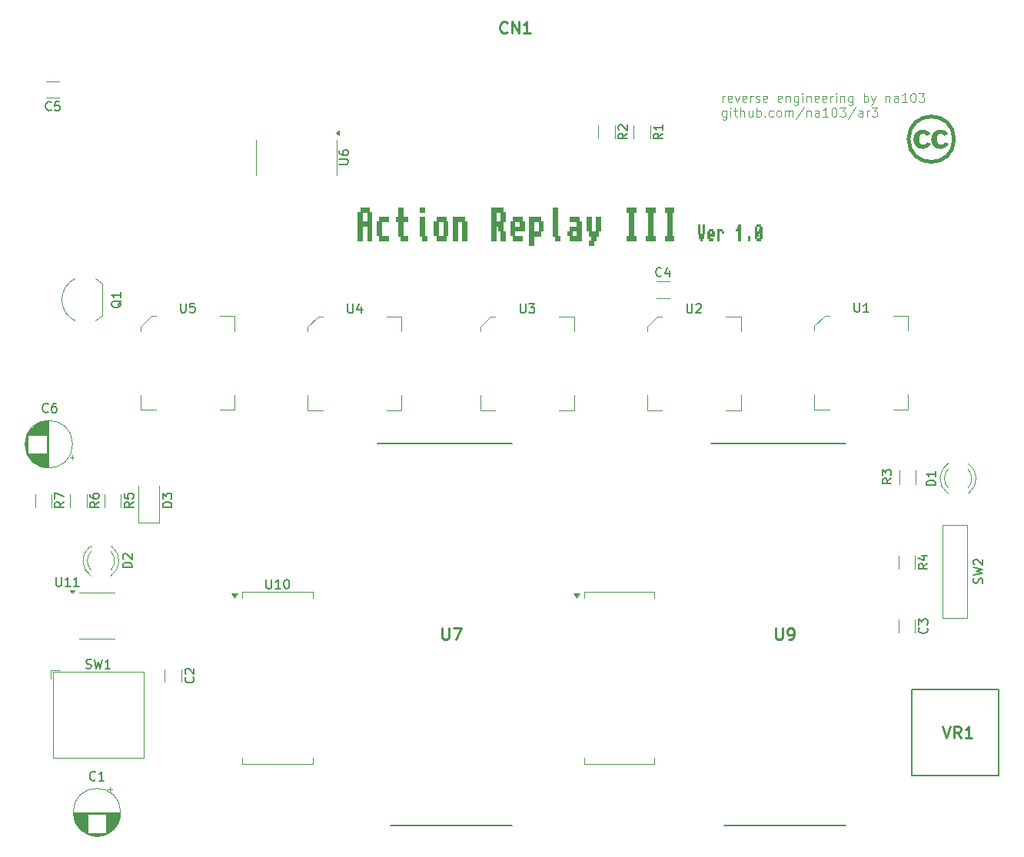
<source format=gbr>
%TF.GenerationSoftware,KiCad,Pcbnew,8.0.3*%
%TF.CreationDate,2024-08-26T22:05:50+02:00*%
%TF.ProjectId,ARIII_EPROM,41524949-495f-4455-9052-4f4d2e6b6963,rev?*%
%TF.SameCoordinates,Original*%
%TF.FileFunction,Legend,Top*%
%TF.FilePolarity,Positive*%
%FSLAX46Y46*%
G04 Gerber Fmt 4.6, Leading zero omitted, Abs format (unit mm)*
G04 Created by KiCad (PCBNEW 8.0.3) date 2024-08-26 22:05:50*
%MOMM*%
%LPD*%
G01*
G04 APERTURE LIST*
%ADD10C,0.300000*%
%ADD11C,0.100000*%
%ADD12C,0.254000*%
%ADD13C,0.150000*%
%ADD14C,0.200000*%
%ADD15C,0.120000*%
%ADD16C,0.400000*%
%ADD17C,0.000000*%
G04 APERTURE END LIST*
D10*
G36*
X124091311Y-62085324D02*
G01*
X124335310Y-62085324D01*
X124335310Y-65274159D01*
X123763049Y-65274159D01*
X123763049Y-63687801D01*
X123303628Y-63687801D01*
X123303628Y-65274159D01*
X122731367Y-65274159D01*
X122731367Y-63117006D01*
X123303628Y-63117006D01*
X123763049Y-63117006D01*
X123763049Y-62140279D01*
X123303628Y-62140279D01*
X123303628Y-63117006D01*
X122731367Y-63117006D01*
X122731367Y-62085324D01*
X123012735Y-62085324D01*
X123012735Y-61569483D01*
X124091311Y-61569483D01*
X124091311Y-62085324D01*
G37*
G36*
X125111270Y-62601165D02*
G01*
X126189846Y-62601165D01*
X126189846Y-63171960D01*
X125402163Y-63171960D01*
X125402163Y-64703363D01*
X126189846Y-64703363D01*
X126189846Y-65274159D01*
X125111270Y-65274159D01*
X125111270Y-64750258D01*
X124829902Y-64750258D01*
X124829902Y-63117006D01*
X125111270Y-63117006D01*
X125111270Y-62601165D01*
G37*
G36*
X127772540Y-64703363D02*
G01*
X128288381Y-64703363D01*
X128288381Y-65274159D01*
X127444277Y-65274159D01*
X127444277Y-64758318D01*
X127200279Y-64758318D01*
X127200279Y-63171960D01*
X126928436Y-63171960D01*
X126928436Y-62601165D01*
X127200279Y-62601165D01*
X127200279Y-61569483D01*
X127772540Y-61569483D01*
X127772540Y-62601165D01*
X128288381Y-62601165D01*
X128288381Y-63171960D01*
X127772540Y-63171960D01*
X127772540Y-64703363D01*
G37*
G36*
X129542812Y-62601165D02*
G01*
X130115073Y-62601165D01*
X130115073Y-64703363D01*
X130386915Y-64703363D01*
X130386915Y-65274159D01*
X129814654Y-65274159D01*
X129814654Y-64758318D01*
X129542812Y-64758318D01*
X129542812Y-62601165D01*
G37*
G36*
X129542812Y-61569483D02*
G01*
X130115073Y-61569483D01*
X130115073Y-62140279D01*
X129542812Y-62140279D01*
X129542812Y-61569483D01*
G37*
G36*
X132485450Y-63117006D02*
G01*
X132729448Y-63117006D01*
X132729448Y-64750258D01*
X132485450Y-64750258D01*
X132485450Y-65274159D01*
X131406873Y-65274159D01*
X131406873Y-64750258D01*
X131125505Y-64750258D01*
X131125505Y-64703363D01*
X131697766Y-64703363D01*
X132157187Y-64703363D01*
X132157187Y-63171960D01*
X131697766Y-63171960D01*
X131697766Y-64703363D01*
X131125505Y-64703363D01*
X131125505Y-63117006D01*
X131406873Y-63117006D01*
X131406873Y-62601165D01*
X132485450Y-62601165D01*
X132485450Y-63117006D01*
G37*
G36*
X133796301Y-65274159D02*
G01*
X133224040Y-65274159D01*
X133224040Y-62601165D01*
X134565666Y-62601165D01*
X134565666Y-63117006D01*
X134827983Y-63117006D01*
X134827983Y-65274159D01*
X134255722Y-65274159D01*
X134255722Y-63171960D01*
X133796301Y-63171960D01*
X133796301Y-65274159D01*
G37*
G36*
X138781053Y-62085324D02*
G01*
X139025052Y-62085324D01*
X139025052Y-63163900D01*
X138781053Y-63163900D01*
X138781053Y-64195582D01*
X139025052Y-64195582D01*
X139025052Y-65274159D01*
X138452791Y-65274159D01*
X138452791Y-64242477D01*
X138208792Y-64242477D01*
X138208792Y-63687801D01*
X137993370Y-63687801D01*
X137993370Y-65274159D01*
X137421109Y-65274159D01*
X137421109Y-63117006D01*
X137993370Y-63117006D01*
X138452791Y-63117006D01*
X138452791Y-62140279D01*
X137993370Y-62140279D01*
X137993370Y-63117006D01*
X137421109Y-63117006D01*
X137421109Y-61569483D01*
X138781053Y-61569483D01*
X138781053Y-62085324D01*
G37*
G36*
X140879588Y-63117006D02*
G01*
X141123586Y-63117006D01*
X141123586Y-64242477D01*
X140091905Y-64242477D01*
X140091905Y-64703363D01*
X140879588Y-64703363D01*
X140879588Y-65274159D01*
X139801011Y-65274159D01*
X139801011Y-64750258D01*
X139519644Y-64750258D01*
X139519644Y-63671681D01*
X140091905Y-63671681D01*
X140551325Y-63671681D01*
X140551325Y-63171960D01*
X140091905Y-63171960D01*
X140091905Y-63671681D01*
X139519644Y-63671681D01*
X139519644Y-63117006D01*
X139801011Y-63117006D01*
X139801011Y-62601165D01*
X140879588Y-62601165D01*
X140879588Y-63117006D01*
G37*
G36*
X142959804Y-63117006D02*
G01*
X143222121Y-63117006D01*
X143222121Y-64195582D01*
X142959804Y-64195582D01*
X142959804Y-64758318D01*
X142190439Y-64758318D01*
X142190439Y-65790000D01*
X141618178Y-65790000D01*
X141618178Y-64187522D01*
X142190439Y-64187522D01*
X142649860Y-64187522D01*
X142649860Y-63171960D01*
X142190439Y-63171960D01*
X142190439Y-64187522D01*
X141618178Y-64187522D01*
X141618178Y-62601165D01*
X142959804Y-62601165D01*
X142959804Y-63117006D01*
G37*
G36*
X144232554Y-61569483D02*
G01*
X144804815Y-61569483D01*
X144804815Y-64703363D01*
X145076657Y-64703363D01*
X145076657Y-65274159D01*
X144504396Y-65274159D01*
X144504396Y-64758318D01*
X144232554Y-64758318D01*
X144232554Y-61569483D01*
G37*
G36*
X147175191Y-63125066D02*
G01*
X147419190Y-63125066D01*
X147419190Y-65274159D01*
X146096615Y-65274159D01*
X146096615Y-64750258D01*
X145815247Y-64750258D01*
X145815247Y-64703363D01*
X146387508Y-64703363D01*
X146846929Y-64703363D01*
X146846929Y-64234417D01*
X146387508Y-64234417D01*
X146387508Y-64703363D01*
X145815247Y-64703363D01*
X145815247Y-64187522D01*
X146096615Y-64187522D01*
X146096615Y-63671681D01*
X146846929Y-63671681D01*
X146846929Y-63171960D01*
X146096615Y-63171960D01*
X146096615Y-62601165D01*
X147175191Y-62601165D01*
X147175191Y-63125066D01*
G37*
G36*
X148954989Y-62601165D02*
G01*
X149517725Y-62601165D01*
X149517725Y-64242477D01*
X149264200Y-64242477D01*
X149264200Y-64758318D01*
X149001884Y-64758318D01*
X149001884Y-65274159D01*
X148757885Y-65274159D01*
X148757885Y-65790000D01*
X148185624Y-65790000D01*
X148185624Y-65219204D01*
X148439148Y-65219204D01*
X148439148Y-64758318D01*
X148185624Y-64758318D01*
X148185624Y-64242477D01*
X147913782Y-64242477D01*
X147913782Y-62601165D01*
X148486043Y-62601165D01*
X148486043Y-64195582D01*
X148954989Y-64195582D01*
X148954989Y-62601165D01*
G37*
G36*
X152345324Y-61569483D02*
G01*
X153423900Y-61569483D01*
X153423900Y-62140279D01*
X153189427Y-62140279D01*
X153189427Y-64703363D01*
X153423900Y-64703363D01*
X153423900Y-65274159D01*
X152345324Y-65274159D01*
X152345324Y-64703363D01*
X152617166Y-64703363D01*
X152617166Y-62140279D01*
X152345324Y-62140279D01*
X152345324Y-61569483D01*
G37*
G36*
X154443859Y-61569483D02*
G01*
X155522435Y-61569483D01*
X155522435Y-62140279D01*
X155287962Y-62140279D01*
X155287962Y-64703363D01*
X155522435Y-64703363D01*
X155522435Y-65274159D01*
X154443859Y-65274159D01*
X154443859Y-64703363D01*
X154715701Y-64703363D01*
X154715701Y-62140279D01*
X154443859Y-62140279D01*
X154443859Y-61569483D01*
G37*
G36*
X156542393Y-61569483D02*
G01*
X157620969Y-61569483D01*
X157620969Y-62140279D01*
X157386496Y-62140279D01*
X157386496Y-64703363D01*
X157620969Y-64703363D01*
X157620969Y-65274159D01*
X156542393Y-65274159D01*
X156542393Y-64703363D01*
X156814235Y-64703363D01*
X156814235Y-62140279D01*
X156542393Y-62140279D01*
X156542393Y-61569483D01*
G37*
G36*
X160190683Y-63434741D02*
G01*
X160476814Y-63434741D01*
X160476814Y-64466423D01*
X160711287Y-64466423D01*
X160711287Y-63434741D01*
X160992655Y-63434741D01*
X160992655Y-64513318D01*
X160870655Y-64513318D01*
X160870655Y-65021465D01*
X160734734Y-65021465D01*
X160734734Y-65287079D01*
X160453367Y-65287079D01*
X160453367Y-65021465D01*
X160331367Y-65021465D01*
X160331367Y-64513318D01*
X160190683Y-64513318D01*
X160190683Y-63434741D01*
G37*
G36*
X161919923Y-64208503D02*
G01*
X162041922Y-64208503D01*
X162041922Y-64771238D01*
X161526081Y-64771238D01*
X161526081Y-65001681D01*
X161919923Y-65001681D01*
X161919923Y-65287079D01*
X161380635Y-65287079D01*
X161380635Y-65025129D01*
X161239951Y-65025129D01*
X161239951Y-64485840D01*
X161526081Y-64485840D01*
X161755792Y-64485840D01*
X161755792Y-64235980D01*
X161526081Y-64235980D01*
X161526081Y-64485840D01*
X161239951Y-64485840D01*
X161239951Y-64208503D01*
X161380635Y-64208503D01*
X161380635Y-63950582D01*
X161919923Y-63950582D01*
X161919923Y-64208503D01*
G37*
G36*
X162575348Y-65287079D02*
G01*
X162289218Y-65287079D01*
X162289218Y-63950582D01*
X162960031Y-63950582D01*
X162960031Y-64208503D01*
X163091189Y-64208503D01*
X163091189Y-64493900D01*
X162805059Y-64493900D01*
X162805059Y-64235980D01*
X162575348Y-64235980D01*
X162575348Y-65287079D01*
G37*
G36*
X164387752Y-63950582D02*
G01*
X164516713Y-63950582D01*
X164516713Y-63692662D01*
X164645673Y-63692662D01*
X164645673Y-63434741D01*
X164931803Y-63434741D01*
X164931803Y-65287079D01*
X164645673Y-65287079D01*
X164645673Y-64235980D01*
X164387752Y-64235980D01*
X164387752Y-63950582D01*
G37*
G36*
X164387752Y-63950582D02*
G01*
X164516713Y-63950582D01*
X164516713Y-63692662D01*
X164645673Y-63692662D01*
X164645673Y-63434741D01*
X164931803Y-63434741D01*
X164931803Y-65287079D01*
X164645673Y-65287079D01*
X164645673Y-64235980D01*
X164387752Y-64235980D01*
X164387752Y-63950582D01*
G37*
G36*
X165694940Y-64747791D02*
G01*
X165981071Y-64747791D01*
X165981071Y-65287079D01*
X165694940Y-65287079D01*
X165694940Y-64747791D01*
G37*
G36*
X167166259Y-63692662D02*
G01*
X167288258Y-63692662D01*
X167288258Y-65025129D01*
X167166259Y-65025129D01*
X167166259Y-65287079D01*
X166626971Y-65287079D01*
X166626971Y-65025129D01*
X166486287Y-65025129D01*
X166486287Y-64771238D01*
X166772418Y-64771238D01*
X166772418Y-65001681D01*
X167002128Y-65001681D01*
X167002128Y-64489870D01*
X166899180Y-64489870D01*
X166899180Y-64771238D01*
X166772418Y-64771238D01*
X166486287Y-64771238D01*
X166486287Y-64231950D01*
X166772418Y-64231950D01*
X166875732Y-64231950D01*
X166875732Y-63950582D01*
X167002128Y-63950582D01*
X167002128Y-63720139D01*
X166772418Y-63720139D01*
X166772418Y-64231950D01*
X166486287Y-64231950D01*
X166486287Y-63692662D01*
X166626971Y-63692662D01*
X166626971Y-63434741D01*
X167166259Y-63434741D01*
X167166259Y-63692662D01*
G37*
D11*
X162903884Y-49962475D02*
X162903884Y-49295808D01*
X162903884Y-49486284D02*
X162951503Y-49391046D01*
X162951503Y-49391046D02*
X162999122Y-49343427D01*
X162999122Y-49343427D02*
X163094360Y-49295808D01*
X163094360Y-49295808D02*
X163189598Y-49295808D01*
X163903884Y-49914856D02*
X163808646Y-49962475D01*
X163808646Y-49962475D02*
X163618170Y-49962475D01*
X163618170Y-49962475D02*
X163522932Y-49914856D01*
X163522932Y-49914856D02*
X163475313Y-49819617D01*
X163475313Y-49819617D02*
X163475313Y-49438665D01*
X163475313Y-49438665D02*
X163522932Y-49343427D01*
X163522932Y-49343427D02*
X163618170Y-49295808D01*
X163618170Y-49295808D02*
X163808646Y-49295808D01*
X163808646Y-49295808D02*
X163903884Y-49343427D01*
X163903884Y-49343427D02*
X163951503Y-49438665D01*
X163951503Y-49438665D02*
X163951503Y-49533903D01*
X163951503Y-49533903D02*
X163475313Y-49629141D01*
X164284837Y-49295808D02*
X164522932Y-49962475D01*
X164522932Y-49962475D02*
X164761027Y-49295808D01*
X165522932Y-49914856D02*
X165427694Y-49962475D01*
X165427694Y-49962475D02*
X165237218Y-49962475D01*
X165237218Y-49962475D02*
X165141980Y-49914856D01*
X165141980Y-49914856D02*
X165094361Y-49819617D01*
X165094361Y-49819617D02*
X165094361Y-49438665D01*
X165094361Y-49438665D02*
X165141980Y-49343427D01*
X165141980Y-49343427D02*
X165237218Y-49295808D01*
X165237218Y-49295808D02*
X165427694Y-49295808D01*
X165427694Y-49295808D02*
X165522932Y-49343427D01*
X165522932Y-49343427D02*
X165570551Y-49438665D01*
X165570551Y-49438665D02*
X165570551Y-49533903D01*
X165570551Y-49533903D02*
X165094361Y-49629141D01*
X165999123Y-49962475D02*
X165999123Y-49295808D01*
X165999123Y-49486284D02*
X166046742Y-49391046D01*
X166046742Y-49391046D02*
X166094361Y-49343427D01*
X166094361Y-49343427D02*
X166189599Y-49295808D01*
X166189599Y-49295808D02*
X166284837Y-49295808D01*
X166570552Y-49914856D02*
X166665790Y-49962475D01*
X166665790Y-49962475D02*
X166856266Y-49962475D01*
X166856266Y-49962475D02*
X166951504Y-49914856D01*
X166951504Y-49914856D02*
X166999123Y-49819617D01*
X166999123Y-49819617D02*
X166999123Y-49771998D01*
X166999123Y-49771998D02*
X166951504Y-49676760D01*
X166951504Y-49676760D02*
X166856266Y-49629141D01*
X166856266Y-49629141D02*
X166713409Y-49629141D01*
X166713409Y-49629141D02*
X166618171Y-49581522D01*
X166618171Y-49581522D02*
X166570552Y-49486284D01*
X166570552Y-49486284D02*
X166570552Y-49438665D01*
X166570552Y-49438665D02*
X166618171Y-49343427D01*
X166618171Y-49343427D02*
X166713409Y-49295808D01*
X166713409Y-49295808D02*
X166856266Y-49295808D01*
X166856266Y-49295808D02*
X166951504Y-49343427D01*
X167808647Y-49914856D02*
X167713409Y-49962475D01*
X167713409Y-49962475D02*
X167522933Y-49962475D01*
X167522933Y-49962475D02*
X167427695Y-49914856D01*
X167427695Y-49914856D02*
X167380076Y-49819617D01*
X167380076Y-49819617D02*
X167380076Y-49438665D01*
X167380076Y-49438665D02*
X167427695Y-49343427D01*
X167427695Y-49343427D02*
X167522933Y-49295808D01*
X167522933Y-49295808D02*
X167713409Y-49295808D01*
X167713409Y-49295808D02*
X167808647Y-49343427D01*
X167808647Y-49343427D02*
X167856266Y-49438665D01*
X167856266Y-49438665D02*
X167856266Y-49533903D01*
X167856266Y-49533903D02*
X167380076Y-49629141D01*
X169427695Y-49914856D02*
X169332457Y-49962475D01*
X169332457Y-49962475D02*
X169141981Y-49962475D01*
X169141981Y-49962475D02*
X169046743Y-49914856D01*
X169046743Y-49914856D02*
X168999124Y-49819617D01*
X168999124Y-49819617D02*
X168999124Y-49438665D01*
X168999124Y-49438665D02*
X169046743Y-49343427D01*
X169046743Y-49343427D02*
X169141981Y-49295808D01*
X169141981Y-49295808D02*
X169332457Y-49295808D01*
X169332457Y-49295808D02*
X169427695Y-49343427D01*
X169427695Y-49343427D02*
X169475314Y-49438665D01*
X169475314Y-49438665D02*
X169475314Y-49533903D01*
X169475314Y-49533903D02*
X168999124Y-49629141D01*
X169903886Y-49295808D02*
X169903886Y-49962475D01*
X169903886Y-49391046D02*
X169951505Y-49343427D01*
X169951505Y-49343427D02*
X170046743Y-49295808D01*
X170046743Y-49295808D02*
X170189600Y-49295808D01*
X170189600Y-49295808D02*
X170284838Y-49343427D01*
X170284838Y-49343427D02*
X170332457Y-49438665D01*
X170332457Y-49438665D02*
X170332457Y-49962475D01*
X171237219Y-49295808D02*
X171237219Y-50105332D01*
X171237219Y-50105332D02*
X171189600Y-50200570D01*
X171189600Y-50200570D02*
X171141981Y-50248189D01*
X171141981Y-50248189D02*
X171046743Y-50295808D01*
X171046743Y-50295808D02*
X170903886Y-50295808D01*
X170903886Y-50295808D02*
X170808648Y-50248189D01*
X171237219Y-49914856D02*
X171141981Y-49962475D01*
X171141981Y-49962475D02*
X170951505Y-49962475D01*
X170951505Y-49962475D02*
X170856267Y-49914856D01*
X170856267Y-49914856D02*
X170808648Y-49867236D01*
X170808648Y-49867236D02*
X170761029Y-49771998D01*
X170761029Y-49771998D02*
X170761029Y-49486284D01*
X170761029Y-49486284D02*
X170808648Y-49391046D01*
X170808648Y-49391046D02*
X170856267Y-49343427D01*
X170856267Y-49343427D02*
X170951505Y-49295808D01*
X170951505Y-49295808D02*
X171141981Y-49295808D01*
X171141981Y-49295808D02*
X171237219Y-49343427D01*
X171713410Y-49962475D02*
X171713410Y-49295808D01*
X171713410Y-48962475D02*
X171665791Y-49010094D01*
X171665791Y-49010094D02*
X171713410Y-49057713D01*
X171713410Y-49057713D02*
X171761029Y-49010094D01*
X171761029Y-49010094D02*
X171713410Y-48962475D01*
X171713410Y-48962475D02*
X171713410Y-49057713D01*
X172189600Y-49295808D02*
X172189600Y-49962475D01*
X172189600Y-49391046D02*
X172237219Y-49343427D01*
X172237219Y-49343427D02*
X172332457Y-49295808D01*
X172332457Y-49295808D02*
X172475314Y-49295808D01*
X172475314Y-49295808D02*
X172570552Y-49343427D01*
X172570552Y-49343427D02*
X172618171Y-49438665D01*
X172618171Y-49438665D02*
X172618171Y-49962475D01*
X173475314Y-49914856D02*
X173380076Y-49962475D01*
X173380076Y-49962475D02*
X173189600Y-49962475D01*
X173189600Y-49962475D02*
X173094362Y-49914856D01*
X173094362Y-49914856D02*
X173046743Y-49819617D01*
X173046743Y-49819617D02*
X173046743Y-49438665D01*
X173046743Y-49438665D02*
X173094362Y-49343427D01*
X173094362Y-49343427D02*
X173189600Y-49295808D01*
X173189600Y-49295808D02*
X173380076Y-49295808D01*
X173380076Y-49295808D02*
X173475314Y-49343427D01*
X173475314Y-49343427D02*
X173522933Y-49438665D01*
X173522933Y-49438665D02*
X173522933Y-49533903D01*
X173522933Y-49533903D02*
X173046743Y-49629141D01*
X174332457Y-49914856D02*
X174237219Y-49962475D01*
X174237219Y-49962475D02*
X174046743Y-49962475D01*
X174046743Y-49962475D02*
X173951505Y-49914856D01*
X173951505Y-49914856D02*
X173903886Y-49819617D01*
X173903886Y-49819617D02*
X173903886Y-49438665D01*
X173903886Y-49438665D02*
X173951505Y-49343427D01*
X173951505Y-49343427D02*
X174046743Y-49295808D01*
X174046743Y-49295808D02*
X174237219Y-49295808D01*
X174237219Y-49295808D02*
X174332457Y-49343427D01*
X174332457Y-49343427D02*
X174380076Y-49438665D01*
X174380076Y-49438665D02*
X174380076Y-49533903D01*
X174380076Y-49533903D02*
X173903886Y-49629141D01*
X174808648Y-49962475D02*
X174808648Y-49295808D01*
X174808648Y-49486284D02*
X174856267Y-49391046D01*
X174856267Y-49391046D02*
X174903886Y-49343427D01*
X174903886Y-49343427D02*
X174999124Y-49295808D01*
X174999124Y-49295808D02*
X175094362Y-49295808D01*
X175427696Y-49962475D02*
X175427696Y-49295808D01*
X175427696Y-48962475D02*
X175380077Y-49010094D01*
X175380077Y-49010094D02*
X175427696Y-49057713D01*
X175427696Y-49057713D02*
X175475315Y-49010094D01*
X175475315Y-49010094D02*
X175427696Y-48962475D01*
X175427696Y-48962475D02*
X175427696Y-49057713D01*
X175903886Y-49295808D02*
X175903886Y-49962475D01*
X175903886Y-49391046D02*
X175951505Y-49343427D01*
X175951505Y-49343427D02*
X176046743Y-49295808D01*
X176046743Y-49295808D02*
X176189600Y-49295808D01*
X176189600Y-49295808D02*
X176284838Y-49343427D01*
X176284838Y-49343427D02*
X176332457Y-49438665D01*
X176332457Y-49438665D02*
X176332457Y-49962475D01*
X177237219Y-49295808D02*
X177237219Y-50105332D01*
X177237219Y-50105332D02*
X177189600Y-50200570D01*
X177189600Y-50200570D02*
X177141981Y-50248189D01*
X177141981Y-50248189D02*
X177046743Y-50295808D01*
X177046743Y-50295808D02*
X176903886Y-50295808D01*
X176903886Y-50295808D02*
X176808648Y-50248189D01*
X177237219Y-49914856D02*
X177141981Y-49962475D01*
X177141981Y-49962475D02*
X176951505Y-49962475D01*
X176951505Y-49962475D02*
X176856267Y-49914856D01*
X176856267Y-49914856D02*
X176808648Y-49867236D01*
X176808648Y-49867236D02*
X176761029Y-49771998D01*
X176761029Y-49771998D02*
X176761029Y-49486284D01*
X176761029Y-49486284D02*
X176808648Y-49391046D01*
X176808648Y-49391046D02*
X176856267Y-49343427D01*
X176856267Y-49343427D02*
X176951505Y-49295808D01*
X176951505Y-49295808D02*
X177141981Y-49295808D01*
X177141981Y-49295808D02*
X177237219Y-49343427D01*
X178475315Y-49962475D02*
X178475315Y-48962475D01*
X178475315Y-49343427D02*
X178570553Y-49295808D01*
X178570553Y-49295808D02*
X178761029Y-49295808D01*
X178761029Y-49295808D02*
X178856267Y-49343427D01*
X178856267Y-49343427D02*
X178903886Y-49391046D01*
X178903886Y-49391046D02*
X178951505Y-49486284D01*
X178951505Y-49486284D02*
X178951505Y-49771998D01*
X178951505Y-49771998D02*
X178903886Y-49867236D01*
X178903886Y-49867236D02*
X178856267Y-49914856D01*
X178856267Y-49914856D02*
X178761029Y-49962475D01*
X178761029Y-49962475D02*
X178570553Y-49962475D01*
X178570553Y-49962475D02*
X178475315Y-49914856D01*
X179284839Y-49295808D02*
X179522934Y-49962475D01*
X179761029Y-49295808D02*
X179522934Y-49962475D01*
X179522934Y-49962475D02*
X179427696Y-50200570D01*
X179427696Y-50200570D02*
X179380077Y-50248189D01*
X179380077Y-50248189D02*
X179284839Y-50295808D01*
X180903887Y-49295808D02*
X180903887Y-49962475D01*
X180903887Y-49391046D02*
X180951506Y-49343427D01*
X180951506Y-49343427D02*
X181046744Y-49295808D01*
X181046744Y-49295808D02*
X181189601Y-49295808D01*
X181189601Y-49295808D02*
X181284839Y-49343427D01*
X181284839Y-49343427D02*
X181332458Y-49438665D01*
X181332458Y-49438665D02*
X181332458Y-49962475D01*
X182237220Y-49962475D02*
X182237220Y-49438665D01*
X182237220Y-49438665D02*
X182189601Y-49343427D01*
X182189601Y-49343427D02*
X182094363Y-49295808D01*
X182094363Y-49295808D02*
X181903887Y-49295808D01*
X181903887Y-49295808D02*
X181808649Y-49343427D01*
X182237220Y-49914856D02*
X182141982Y-49962475D01*
X182141982Y-49962475D02*
X181903887Y-49962475D01*
X181903887Y-49962475D02*
X181808649Y-49914856D01*
X181808649Y-49914856D02*
X181761030Y-49819617D01*
X181761030Y-49819617D02*
X181761030Y-49724379D01*
X181761030Y-49724379D02*
X181808649Y-49629141D01*
X181808649Y-49629141D02*
X181903887Y-49581522D01*
X181903887Y-49581522D02*
X182141982Y-49581522D01*
X182141982Y-49581522D02*
X182237220Y-49533903D01*
X183237220Y-49962475D02*
X182665792Y-49962475D01*
X182951506Y-49962475D02*
X182951506Y-48962475D01*
X182951506Y-48962475D02*
X182856268Y-49105332D01*
X182856268Y-49105332D02*
X182761030Y-49200570D01*
X182761030Y-49200570D02*
X182665792Y-49248189D01*
X183856268Y-48962475D02*
X183951506Y-48962475D01*
X183951506Y-48962475D02*
X184046744Y-49010094D01*
X184046744Y-49010094D02*
X184094363Y-49057713D01*
X184094363Y-49057713D02*
X184141982Y-49152951D01*
X184141982Y-49152951D02*
X184189601Y-49343427D01*
X184189601Y-49343427D02*
X184189601Y-49581522D01*
X184189601Y-49581522D02*
X184141982Y-49771998D01*
X184141982Y-49771998D02*
X184094363Y-49867236D01*
X184094363Y-49867236D02*
X184046744Y-49914856D01*
X184046744Y-49914856D02*
X183951506Y-49962475D01*
X183951506Y-49962475D02*
X183856268Y-49962475D01*
X183856268Y-49962475D02*
X183761030Y-49914856D01*
X183761030Y-49914856D02*
X183713411Y-49867236D01*
X183713411Y-49867236D02*
X183665792Y-49771998D01*
X183665792Y-49771998D02*
X183618173Y-49581522D01*
X183618173Y-49581522D02*
X183618173Y-49343427D01*
X183618173Y-49343427D02*
X183665792Y-49152951D01*
X183665792Y-49152951D02*
X183713411Y-49057713D01*
X183713411Y-49057713D02*
X183761030Y-49010094D01*
X183761030Y-49010094D02*
X183856268Y-48962475D01*
X184522935Y-48962475D02*
X185141982Y-48962475D01*
X185141982Y-48962475D02*
X184808649Y-49343427D01*
X184808649Y-49343427D02*
X184951506Y-49343427D01*
X184951506Y-49343427D02*
X185046744Y-49391046D01*
X185046744Y-49391046D02*
X185094363Y-49438665D01*
X185094363Y-49438665D02*
X185141982Y-49533903D01*
X185141982Y-49533903D02*
X185141982Y-49771998D01*
X185141982Y-49771998D02*
X185094363Y-49867236D01*
X185094363Y-49867236D02*
X185046744Y-49914856D01*
X185046744Y-49914856D02*
X184951506Y-49962475D01*
X184951506Y-49962475D02*
X184665792Y-49962475D01*
X184665792Y-49962475D02*
X184570554Y-49914856D01*
X184570554Y-49914856D02*
X184522935Y-49867236D01*
X163332455Y-50905752D02*
X163332455Y-51715276D01*
X163332455Y-51715276D02*
X163284836Y-51810514D01*
X163284836Y-51810514D02*
X163237217Y-51858133D01*
X163237217Y-51858133D02*
X163141979Y-51905752D01*
X163141979Y-51905752D02*
X162999122Y-51905752D01*
X162999122Y-51905752D02*
X162903884Y-51858133D01*
X163332455Y-51524800D02*
X163237217Y-51572419D01*
X163237217Y-51572419D02*
X163046741Y-51572419D01*
X163046741Y-51572419D02*
X162951503Y-51524800D01*
X162951503Y-51524800D02*
X162903884Y-51477180D01*
X162903884Y-51477180D02*
X162856265Y-51381942D01*
X162856265Y-51381942D02*
X162856265Y-51096228D01*
X162856265Y-51096228D02*
X162903884Y-51000990D01*
X162903884Y-51000990D02*
X162951503Y-50953371D01*
X162951503Y-50953371D02*
X163046741Y-50905752D01*
X163046741Y-50905752D02*
X163237217Y-50905752D01*
X163237217Y-50905752D02*
X163332455Y-50953371D01*
X163808646Y-51572419D02*
X163808646Y-50905752D01*
X163808646Y-50572419D02*
X163761027Y-50620038D01*
X163761027Y-50620038D02*
X163808646Y-50667657D01*
X163808646Y-50667657D02*
X163856265Y-50620038D01*
X163856265Y-50620038D02*
X163808646Y-50572419D01*
X163808646Y-50572419D02*
X163808646Y-50667657D01*
X164141979Y-50905752D02*
X164522931Y-50905752D01*
X164284836Y-50572419D02*
X164284836Y-51429561D01*
X164284836Y-51429561D02*
X164332455Y-51524800D01*
X164332455Y-51524800D02*
X164427693Y-51572419D01*
X164427693Y-51572419D02*
X164522931Y-51572419D01*
X164856265Y-51572419D02*
X164856265Y-50572419D01*
X165284836Y-51572419D02*
X165284836Y-51048609D01*
X165284836Y-51048609D02*
X165237217Y-50953371D01*
X165237217Y-50953371D02*
X165141979Y-50905752D01*
X165141979Y-50905752D02*
X164999122Y-50905752D01*
X164999122Y-50905752D02*
X164903884Y-50953371D01*
X164903884Y-50953371D02*
X164856265Y-51000990D01*
X166189598Y-50905752D02*
X166189598Y-51572419D01*
X165761027Y-50905752D02*
X165761027Y-51429561D01*
X165761027Y-51429561D02*
X165808646Y-51524800D01*
X165808646Y-51524800D02*
X165903884Y-51572419D01*
X165903884Y-51572419D02*
X166046741Y-51572419D01*
X166046741Y-51572419D02*
X166141979Y-51524800D01*
X166141979Y-51524800D02*
X166189598Y-51477180D01*
X166665789Y-51572419D02*
X166665789Y-50572419D01*
X166665789Y-50953371D02*
X166761027Y-50905752D01*
X166761027Y-50905752D02*
X166951503Y-50905752D01*
X166951503Y-50905752D02*
X167046741Y-50953371D01*
X167046741Y-50953371D02*
X167094360Y-51000990D01*
X167094360Y-51000990D02*
X167141979Y-51096228D01*
X167141979Y-51096228D02*
X167141979Y-51381942D01*
X167141979Y-51381942D02*
X167094360Y-51477180D01*
X167094360Y-51477180D02*
X167046741Y-51524800D01*
X167046741Y-51524800D02*
X166951503Y-51572419D01*
X166951503Y-51572419D02*
X166761027Y-51572419D01*
X166761027Y-51572419D02*
X166665789Y-51524800D01*
X167570551Y-51477180D02*
X167618170Y-51524800D01*
X167618170Y-51524800D02*
X167570551Y-51572419D01*
X167570551Y-51572419D02*
X167522932Y-51524800D01*
X167522932Y-51524800D02*
X167570551Y-51477180D01*
X167570551Y-51477180D02*
X167570551Y-51572419D01*
X168475312Y-51524800D02*
X168380074Y-51572419D01*
X168380074Y-51572419D02*
X168189598Y-51572419D01*
X168189598Y-51572419D02*
X168094360Y-51524800D01*
X168094360Y-51524800D02*
X168046741Y-51477180D01*
X168046741Y-51477180D02*
X167999122Y-51381942D01*
X167999122Y-51381942D02*
X167999122Y-51096228D01*
X167999122Y-51096228D02*
X168046741Y-51000990D01*
X168046741Y-51000990D02*
X168094360Y-50953371D01*
X168094360Y-50953371D02*
X168189598Y-50905752D01*
X168189598Y-50905752D02*
X168380074Y-50905752D01*
X168380074Y-50905752D02*
X168475312Y-50953371D01*
X169046741Y-51572419D02*
X168951503Y-51524800D01*
X168951503Y-51524800D02*
X168903884Y-51477180D01*
X168903884Y-51477180D02*
X168856265Y-51381942D01*
X168856265Y-51381942D02*
X168856265Y-51096228D01*
X168856265Y-51096228D02*
X168903884Y-51000990D01*
X168903884Y-51000990D02*
X168951503Y-50953371D01*
X168951503Y-50953371D02*
X169046741Y-50905752D01*
X169046741Y-50905752D02*
X169189598Y-50905752D01*
X169189598Y-50905752D02*
X169284836Y-50953371D01*
X169284836Y-50953371D02*
X169332455Y-51000990D01*
X169332455Y-51000990D02*
X169380074Y-51096228D01*
X169380074Y-51096228D02*
X169380074Y-51381942D01*
X169380074Y-51381942D02*
X169332455Y-51477180D01*
X169332455Y-51477180D02*
X169284836Y-51524800D01*
X169284836Y-51524800D02*
X169189598Y-51572419D01*
X169189598Y-51572419D02*
X169046741Y-51572419D01*
X169808646Y-51572419D02*
X169808646Y-50905752D01*
X169808646Y-51000990D02*
X169856265Y-50953371D01*
X169856265Y-50953371D02*
X169951503Y-50905752D01*
X169951503Y-50905752D02*
X170094360Y-50905752D01*
X170094360Y-50905752D02*
X170189598Y-50953371D01*
X170189598Y-50953371D02*
X170237217Y-51048609D01*
X170237217Y-51048609D02*
X170237217Y-51572419D01*
X170237217Y-51048609D02*
X170284836Y-50953371D01*
X170284836Y-50953371D02*
X170380074Y-50905752D01*
X170380074Y-50905752D02*
X170522931Y-50905752D01*
X170522931Y-50905752D02*
X170618170Y-50953371D01*
X170618170Y-50953371D02*
X170665789Y-51048609D01*
X170665789Y-51048609D02*
X170665789Y-51572419D01*
X171856264Y-50524800D02*
X170999122Y-51810514D01*
X172189598Y-50905752D02*
X172189598Y-51572419D01*
X172189598Y-51000990D02*
X172237217Y-50953371D01*
X172237217Y-50953371D02*
X172332455Y-50905752D01*
X172332455Y-50905752D02*
X172475312Y-50905752D01*
X172475312Y-50905752D02*
X172570550Y-50953371D01*
X172570550Y-50953371D02*
X172618169Y-51048609D01*
X172618169Y-51048609D02*
X172618169Y-51572419D01*
X173522931Y-51572419D02*
X173522931Y-51048609D01*
X173522931Y-51048609D02*
X173475312Y-50953371D01*
X173475312Y-50953371D02*
X173380074Y-50905752D01*
X173380074Y-50905752D02*
X173189598Y-50905752D01*
X173189598Y-50905752D02*
X173094360Y-50953371D01*
X173522931Y-51524800D02*
X173427693Y-51572419D01*
X173427693Y-51572419D02*
X173189598Y-51572419D01*
X173189598Y-51572419D02*
X173094360Y-51524800D01*
X173094360Y-51524800D02*
X173046741Y-51429561D01*
X173046741Y-51429561D02*
X173046741Y-51334323D01*
X173046741Y-51334323D02*
X173094360Y-51239085D01*
X173094360Y-51239085D02*
X173189598Y-51191466D01*
X173189598Y-51191466D02*
X173427693Y-51191466D01*
X173427693Y-51191466D02*
X173522931Y-51143847D01*
X174522931Y-51572419D02*
X173951503Y-51572419D01*
X174237217Y-51572419D02*
X174237217Y-50572419D01*
X174237217Y-50572419D02*
X174141979Y-50715276D01*
X174141979Y-50715276D02*
X174046741Y-50810514D01*
X174046741Y-50810514D02*
X173951503Y-50858133D01*
X175141979Y-50572419D02*
X175237217Y-50572419D01*
X175237217Y-50572419D02*
X175332455Y-50620038D01*
X175332455Y-50620038D02*
X175380074Y-50667657D01*
X175380074Y-50667657D02*
X175427693Y-50762895D01*
X175427693Y-50762895D02*
X175475312Y-50953371D01*
X175475312Y-50953371D02*
X175475312Y-51191466D01*
X175475312Y-51191466D02*
X175427693Y-51381942D01*
X175427693Y-51381942D02*
X175380074Y-51477180D01*
X175380074Y-51477180D02*
X175332455Y-51524800D01*
X175332455Y-51524800D02*
X175237217Y-51572419D01*
X175237217Y-51572419D02*
X175141979Y-51572419D01*
X175141979Y-51572419D02*
X175046741Y-51524800D01*
X175046741Y-51524800D02*
X174999122Y-51477180D01*
X174999122Y-51477180D02*
X174951503Y-51381942D01*
X174951503Y-51381942D02*
X174903884Y-51191466D01*
X174903884Y-51191466D02*
X174903884Y-50953371D01*
X174903884Y-50953371D02*
X174951503Y-50762895D01*
X174951503Y-50762895D02*
X174999122Y-50667657D01*
X174999122Y-50667657D02*
X175046741Y-50620038D01*
X175046741Y-50620038D02*
X175141979Y-50572419D01*
X175808646Y-50572419D02*
X176427693Y-50572419D01*
X176427693Y-50572419D02*
X176094360Y-50953371D01*
X176094360Y-50953371D02*
X176237217Y-50953371D01*
X176237217Y-50953371D02*
X176332455Y-51000990D01*
X176332455Y-51000990D02*
X176380074Y-51048609D01*
X176380074Y-51048609D02*
X176427693Y-51143847D01*
X176427693Y-51143847D02*
X176427693Y-51381942D01*
X176427693Y-51381942D02*
X176380074Y-51477180D01*
X176380074Y-51477180D02*
X176332455Y-51524800D01*
X176332455Y-51524800D02*
X176237217Y-51572419D01*
X176237217Y-51572419D02*
X175951503Y-51572419D01*
X175951503Y-51572419D02*
X175856265Y-51524800D01*
X175856265Y-51524800D02*
X175808646Y-51477180D01*
X177570550Y-50524800D02*
X176713408Y-51810514D01*
X178332455Y-51572419D02*
X178332455Y-51048609D01*
X178332455Y-51048609D02*
X178284836Y-50953371D01*
X178284836Y-50953371D02*
X178189598Y-50905752D01*
X178189598Y-50905752D02*
X177999122Y-50905752D01*
X177999122Y-50905752D02*
X177903884Y-50953371D01*
X178332455Y-51524800D02*
X178237217Y-51572419D01*
X178237217Y-51572419D02*
X177999122Y-51572419D01*
X177999122Y-51572419D02*
X177903884Y-51524800D01*
X177903884Y-51524800D02*
X177856265Y-51429561D01*
X177856265Y-51429561D02*
X177856265Y-51334323D01*
X177856265Y-51334323D02*
X177903884Y-51239085D01*
X177903884Y-51239085D02*
X177999122Y-51191466D01*
X177999122Y-51191466D02*
X178237217Y-51191466D01*
X178237217Y-51191466D02*
X178332455Y-51143847D01*
X178808646Y-51572419D02*
X178808646Y-50905752D01*
X178808646Y-51096228D02*
X178856265Y-51000990D01*
X178856265Y-51000990D02*
X178903884Y-50953371D01*
X178903884Y-50953371D02*
X178999122Y-50905752D01*
X178999122Y-50905752D02*
X179094360Y-50905752D01*
X179332456Y-50572419D02*
X179951503Y-50572419D01*
X179951503Y-50572419D02*
X179618170Y-50953371D01*
X179618170Y-50953371D02*
X179761027Y-50953371D01*
X179761027Y-50953371D02*
X179856265Y-51000990D01*
X179856265Y-51000990D02*
X179903884Y-51048609D01*
X179903884Y-51048609D02*
X179951503Y-51143847D01*
X179951503Y-51143847D02*
X179951503Y-51381942D01*
X179951503Y-51381942D02*
X179903884Y-51477180D01*
X179903884Y-51477180D02*
X179856265Y-51524800D01*
X179856265Y-51524800D02*
X179761027Y-51572419D01*
X179761027Y-51572419D02*
X179475313Y-51572419D01*
X179475313Y-51572419D02*
X179380075Y-51524800D01*
X179380075Y-51524800D02*
X179332456Y-51477180D01*
D12*
X132037380Y-107904318D02*
X132037380Y-108932413D01*
X132037380Y-108932413D02*
X132097857Y-109053365D01*
X132097857Y-109053365D02*
X132158333Y-109113842D01*
X132158333Y-109113842D02*
X132279285Y-109174318D01*
X132279285Y-109174318D02*
X132521190Y-109174318D01*
X132521190Y-109174318D02*
X132642142Y-109113842D01*
X132642142Y-109113842D02*
X132702619Y-109053365D01*
X132702619Y-109053365D02*
X132763095Y-108932413D01*
X132763095Y-108932413D02*
X132763095Y-107904318D01*
X133246904Y-107904318D02*
X134093571Y-107904318D01*
X134093571Y-107904318D02*
X133549285Y-109174318D01*
X187173905Y-118729318D02*
X187597238Y-119999318D01*
X187597238Y-119999318D02*
X188020572Y-118729318D01*
X189169619Y-119999318D02*
X188746285Y-119394556D01*
X188443904Y-119999318D02*
X188443904Y-118729318D01*
X188443904Y-118729318D02*
X188927714Y-118729318D01*
X188927714Y-118729318D02*
X189048666Y-118789794D01*
X189048666Y-118789794D02*
X189109143Y-118850270D01*
X189109143Y-118850270D02*
X189169619Y-118971222D01*
X189169619Y-118971222D02*
X189169619Y-119152651D01*
X189169619Y-119152651D02*
X189109143Y-119273603D01*
X189109143Y-119273603D02*
X189048666Y-119334080D01*
X189048666Y-119334080D02*
X188927714Y-119394556D01*
X188927714Y-119394556D02*
X188443904Y-119394556D01*
X190379143Y-119999318D02*
X189653428Y-119999318D01*
X190016285Y-119999318D02*
X190016285Y-118729318D01*
X190016285Y-118729318D02*
X189895333Y-118910746D01*
X189895333Y-118910746D02*
X189774381Y-119031699D01*
X189774381Y-119031699D02*
X189653428Y-119092175D01*
D13*
X191507200Y-102983332D02*
X191554819Y-102840475D01*
X191554819Y-102840475D02*
X191554819Y-102602380D01*
X191554819Y-102602380D02*
X191507200Y-102507142D01*
X191507200Y-102507142D02*
X191459580Y-102459523D01*
X191459580Y-102459523D02*
X191364342Y-102411904D01*
X191364342Y-102411904D02*
X191269104Y-102411904D01*
X191269104Y-102411904D02*
X191173866Y-102459523D01*
X191173866Y-102459523D02*
X191126247Y-102507142D01*
X191126247Y-102507142D02*
X191078628Y-102602380D01*
X191078628Y-102602380D02*
X191031009Y-102792856D01*
X191031009Y-102792856D02*
X190983390Y-102888094D01*
X190983390Y-102888094D02*
X190935771Y-102935713D01*
X190935771Y-102935713D02*
X190840533Y-102983332D01*
X190840533Y-102983332D02*
X190745295Y-102983332D01*
X190745295Y-102983332D02*
X190650057Y-102935713D01*
X190650057Y-102935713D02*
X190602438Y-102888094D01*
X190602438Y-102888094D02*
X190554819Y-102792856D01*
X190554819Y-102792856D02*
X190554819Y-102554761D01*
X190554819Y-102554761D02*
X190602438Y-102411904D01*
X190554819Y-102078570D02*
X191554819Y-101840475D01*
X191554819Y-101840475D02*
X190840533Y-101649999D01*
X190840533Y-101649999D02*
X191554819Y-101459523D01*
X191554819Y-101459523D02*
X190554819Y-101221428D01*
X190650057Y-100888094D02*
X190602438Y-100840475D01*
X190602438Y-100840475D02*
X190554819Y-100745237D01*
X190554819Y-100745237D02*
X190554819Y-100507142D01*
X190554819Y-100507142D02*
X190602438Y-100411904D01*
X190602438Y-100411904D02*
X190650057Y-100364285D01*
X190650057Y-100364285D02*
X190745295Y-100316666D01*
X190745295Y-100316666D02*
X190840533Y-100316666D01*
X190840533Y-100316666D02*
X190983390Y-100364285D01*
X190983390Y-100364285D02*
X191554819Y-100935713D01*
X191554819Y-100935713D02*
X191554819Y-100316666D01*
X93833333Y-124609580D02*
X93785714Y-124657200D01*
X93785714Y-124657200D02*
X93642857Y-124704819D01*
X93642857Y-124704819D02*
X93547619Y-124704819D01*
X93547619Y-124704819D02*
X93404762Y-124657200D01*
X93404762Y-124657200D02*
X93309524Y-124561961D01*
X93309524Y-124561961D02*
X93261905Y-124466723D01*
X93261905Y-124466723D02*
X93214286Y-124276247D01*
X93214286Y-124276247D02*
X93214286Y-124133390D01*
X93214286Y-124133390D02*
X93261905Y-123942914D01*
X93261905Y-123942914D02*
X93309524Y-123847676D01*
X93309524Y-123847676D02*
X93404762Y-123752438D01*
X93404762Y-123752438D02*
X93547619Y-123704819D01*
X93547619Y-123704819D02*
X93642857Y-123704819D01*
X93642857Y-123704819D02*
X93785714Y-123752438D01*
X93785714Y-123752438D02*
X93833333Y-123800057D01*
X94785714Y-124704819D02*
X94214286Y-124704819D01*
X94500000Y-124704819D02*
X94500000Y-123704819D01*
X94500000Y-123704819D02*
X94404762Y-123847676D01*
X94404762Y-123847676D02*
X94309524Y-123942914D01*
X94309524Y-123942914D02*
X94214286Y-123990533D01*
X97864819Y-101233094D02*
X96864819Y-101233094D01*
X96864819Y-101233094D02*
X96864819Y-100994999D01*
X96864819Y-100994999D02*
X96912438Y-100852142D01*
X96912438Y-100852142D02*
X97007676Y-100756904D01*
X97007676Y-100756904D02*
X97102914Y-100709285D01*
X97102914Y-100709285D02*
X97293390Y-100661666D01*
X97293390Y-100661666D02*
X97436247Y-100661666D01*
X97436247Y-100661666D02*
X97626723Y-100709285D01*
X97626723Y-100709285D02*
X97721961Y-100756904D01*
X97721961Y-100756904D02*
X97817200Y-100852142D01*
X97817200Y-100852142D02*
X97864819Y-100994999D01*
X97864819Y-100994999D02*
X97864819Y-101233094D01*
X96960057Y-100280713D02*
X96912438Y-100233094D01*
X96912438Y-100233094D02*
X96864819Y-100137856D01*
X96864819Y-100137856D02*
X96864819Y-99899761D01*
X96864819Y-99899761D02*
X96912438Y-99804523D01*
X96912438Y-99804523D02*
X96960057Y-99756904D01*
X96960057Y-99756904D02*
X97055295Y-99709285D01*
X97055295Y-99709285D02*
X97150533Y-99709285D01*
X97150533Y-99709285D02*
X97293390Y-99756904D01*
X97293390Y-99756904D02*
X97864819Y-100328332D01*
X97864819Y-100328332D02*
X97864819Y-99709285D01*
X96710057Y-71835238D02*
X96662438Y-71930476D01*
X96662438Y-71930476D02*
X96567200Y-72025714D01*
X96567200Y-72025714D02*
X96424342Y-72168571D01*
X96424342Y-72168571D02*
X96376723Y-72263809D01*
X96376723Y-72263809D02*
X96376723Y-72359047D01*
X96614819Y-72311428D02*
X96567200Y-72406666D01*
X96567200Y-72406666D02*
X96471961Y-72501904D01*
X96471961Y-72501904D02*
X96281485Y-72549523D01*
X96281485Y-72549523D02*
X95948152Y-72549523D01*
X95948152Y-72549523D02*
X95757676Y-72501904D01*
X95757676Y-72501904D02*
X95662438Y-72406666D01*
X95662438Y-72406666D02*
X95614819Y-72311428D01*
X95614819Y-72311428D02*
X95614819Y-72120952D01*
X95614819Y-72120952D02*
X95662438Y-72025714D01*
X95662438Y-72025714D02*
X95757676Y-71930476D01*
X95757676Y-71930476D02*
X95948152Y-71882857D01*
X95948152Y-71882857D02*
X96281485Y-71882857D01*
X96281485Y-71882857D02*
X96471961Y-71930476D01*
X96471961Y-71930476D02*
X96567200Y-72025714D01*
X96567200Y-72025714D02*
X96614819Y-72120952D01*
X96614819Y-72120952D02*
X96614819Y-72311428D01*
X96614819Y-70930476D02*
X96614819Y-71501904D01*
X96614819Y-71216190D02*
X95614819Y-71216190D01*
X95614819Y-71216190D02*
X95757676Y-71311428D01*
X95757676Y-71311428D02*
X95852914Y-71406666D01*
X95852914Y-71406666D02*
X95900533Y-71501904D01*
X121638095Y-72189819D02*
X121638095Y-72999342D01*
X121638095Y-72999342D02*
X121685714Y-73094580D01*
X121685714Y-73094580D02*
X121733333Y-73142200D01*
X121733333Y-73142200D02*
X121828571Y-73189819D01*
X121828571Y-73189819D02*
X122019047Y-73189819D01*
X122019047Y-73189819D02*
X122114285Y-73142200D01*
X122114285Y-73142200D02*
X122161904Y-73094580D01*
X122161904Y-73094580D02*
X122209523Y-72999342D01*
X122209523Y-72999342D02*
X122209523Y-72189819D01*
X123114285Y-72523152D02*
X123114285Y-73189819D01*
X122876190Y-72142200D02*
X122638095Y-72856485D01*
X122638095Y-72856485D02*
X123257142Y-72856485D01*
X92816667Y-112307200D02*
X92959524Y-112354819D01*
X92959524Y-112354819D02*
X93197619Y-112354819D01*
X93197619Y-112354819D02*
X93292857Y-112307200D01*
X93292857Y-112307200D02*
X93340476Y-112259580D01*
X93340476Y-112259580D02*
X93388095Y-112164342D01*
X93388095Y-112164342D02*
X93388095Y-112069104D01*
X93388095Y-112069104D02*
X93340476Y-111973866D01*
X93340476Y-111973866D02*
X93292857Y-111926247D01*
X93292857Y-111926247D02*
X93197619Y-111878628D01*
X93197619Y-111878628D02*
X93007143Y-111831009D01*
X93007143Y-111831009D02*
X92911905Y-111783390D01*
X92911905Y-111783390D02*
X92864286Y-111735771D01*
X92864286Y-111735771D02*
X92816667Y-111640533D01*
X92816667Y-111640533D02*
X92816667Y-111545295D01*
X92816667Y-111545295D02*
X92864286Y-111450057D01*
X92864286Y-111450057D02*
X92911905Y-111402438D01*
X92911905Y-111402438D02*
X93007143Y-111354819D01*
X93007143Y-111354819D02*
X93245238Y-111354819D01*
X93245238Y-111354819D02*
X93388095Y-111402438D01*
X93721429Y-111354819D02*
X93959524Y-112354819D01*
X93959524Y-112354819D02*
X94150000Y-111640533D01*
X94150000Y-111640533D02*
X94340476Y-112354819D01*
X94340476Y-112354819D02*
X94578572Y-111354819D01*
X95483333Y-112354819D02*
X94911905Y-112354819D01*
X95197619Y-112354819D02*
X95197619Y-111354819D01*
X95197619Y-111354819D02*
X95102381Y-111497676D01*
X95102381Y-111497676D02*
X95007143Y-111592914D01*
X95007143Y-111592914D02*
X94911905Y-111640533D01*
X181504819Y-91416666D02*
X181028628Y-91749999D01*
X181504819Y-91988094D02*
X180504819Y-91988094D01*
X180504819Y-91988094D02*
X180504819Y-91607142D01*
X180504819Y-91607142D02*
X180552438Y-91511904D01*
X180552438Y-91511904D02*
X180600057Y-91464285D01*
X180600057Y-91464285D02*
X180695295Y-91416666D01*
X180695295Y-91416666D02*
X180838152Y-91416666D01*
X180838152Y-91416666D02*
X180933390Y-91464285D01*
X180933390Y-91464285D02*
X180981009Y-91511904D01*
X180981009Y-91511904D02*
X181028628Y-91607142D01*
X181028628Y-91607142D02*
X181028628Y-91988094D01*
X180504819Y-91083332D02*
X180504819Y-90464285D01*
X180504819Y-90464285D02*
X180885771Y-90797618D01*
X180885771Y-90797618D02*
X180885771Y-90654761D01*
X180885771Y-90654761D02*
X180933390Y-90559523D01*
X180933390Y-90559523D02*
X180981009Y-90511904D01*
X180981009Y-90511904D02*
X181076247Y-90464285D01*
X181076247Y-90464285D02*
X181314342Y-90464285D01*
X181314342Y-90464285D02*
X181409580Y-90511904D01*
X181409580Y-90511904D02*
X181457200Y-90559523D01*
X181457200Y-90559523D02*
X181504819Y-90654761D01*
X181504819Y-90654761D02*
X181504819Y-90940475D01*
X181504819Y-90940475D02*
X181457200Y-91035713D01*
X181457200Y-91035713D02*
X181409580Y-91083332D01*
X104609580Y-113316666D02*
X104657200Y-113364285D01*
X104657200Y-113364285D02*
X104704819Y-113507142D01*
X104704819Y-113507142D02*
X104704819Y-113602380D01*
X104704819Y-113602380D02*
X104657200Y-113745237D01*
X104657200Y-113745237D02*
X104561961Y-113840475D01*
X104561961Y-113840475D02*
X104466723Y-113888094D01*
X104466723Y-113888094D02*
X104276247Y-113935713D01*
X104276247Y-113935713D02*
X104133390Y-113935713D01*
X104133390Y-113935713D02*
X103942914Y-113888094D01*
X103942914Y-113888094D02*
X103847676Y-113840475D01*
X103847676Y-113840475D02*
X103752438Y-113745237D01*
X103752438Y-113745237D02*
X103704819Y-113602380D01*
X103704819Y-113602380D02*
X103704819Y-113507142D01*
X103704819Y-113507142D02*
X103752438Y-113364285D01*
X103752438Y-113364285D02*
X103800057Y-113316666D01*
X103800057Y-112935713D02*
X103752438Y-112888094D01*
X103752438Y-112888094D02*
X103704819Y-112792856D01*
X103704819Y-112792856D02*
X103704819Y-112554761D01*
X103704819Y-112554761D02*
X103752438Y-112459523D01*
X103752438Y-112459523D02*
X103800057Y-112411904D01*
X103800057Y-112411904D02*
X103895295Y-112364285D01*
X103895295Y-112364285D02*
X103990533Y-112364285D01*
X103990533Y-112364285D02*
X104133390Y-112411904D01*
X104133390Y-112411904D02*
X104704819Y-112983332D01*
X104704819Y-112983332D02*
X104704819Y-112364285D01*
D12*
X139173095Y-42253365D02*
X139112619Y-42313842D01*
X139112619Y-42313842D02*
X138931190Y-42374318D01*
X138931190Y-42374318D02*
X138810238Y-42374318D01*
X138810238Y-42374318D02*
X138628809Y-42313842D01*
X138628809Y-42313842D02*
X138507857Y-42192889D01*
X138507857Y-42192889D02*
X138447380Y-42071937D01*
X138447380Y-42071937D02*
X138386904Y-41830032D01*
X138386904Y-41830032D02*
X138386904Y-41648603D01*
X138386904Y-41648603D02*
X138447380Y-41406699D01*
X138447380Y-41406699D02*
X138507857Y-41285746D01*
X138507857Y-41285746D02*
X138628809Y-41164794D01*
X138628809Y-41164794D02*
X138810238Y-41104318D01*
X138810238Y-41104318D02*
X138931190Y-41104318D01*
X138931190Y-41104318D02*
X139112619Y-41164794D01*
X139112619Y-41164794D02*
X139173095Y-41225270D01*
X139717380Y-42374318D02*
X139717380Y-41104318D01*
X139717380Y-41104318D02*
X140443095Y-42374318D01*
X140443095Y-42374318D02*
X140443095Y-41104318D01*
X141713095Y-42374318D02*
X140987380Y-42374318D01*
X141350237Y-42374318D02*
X141350237Y-41104318D01*
X141350237Y-41104318D02*
X141229285Y-41285746D01*
X141229285Y-41285746D02*
X141108333Y-41406699D01*
X141108333Y-41406699D02*
X140987380Y-41467175D01*
D13*
X156324819Y-53416666D02*
X155848628Y-53749999D01*
X156324819Y-53988094D02*
X155324819Y-53988094D01*
X155324819Y-53988094D02*
X155324819Y-53607142D01*
X155324819Y-53607142D02*
X155372438Y-53511904D01*
X155372438Y-53511904D02*
X155420057Y-53464285D01*
X155420057Y-53464285D02*
X155515295Y-53416666D01*
X155515295Y-53416666D02*
X155658152Y-53416666D01*
X155658152Y-53416666D02*
X155753390Y-53464285D01*
X155753390Y-53464285D02*
X155801009Y-53511904D01*
X155801009Y-53511904D02*
X155848628Y-53607142D01*
X155848628Y-53607142D02*
X155848628Y-53988094D01*
X156324819Y-52464285D02*
X156324819Y-53035713D01*
X156324819Y-52749999D02*
X155324819Y-52749999D01*
X155324819Y-52749999D02*
X155467676Y-52845237D01*
X155467676Y-52845237D02*
X155562914Y-52940475D01*
X155562914Y-52940475D02*
X155610533Y-53035713D01*
X156183333Y-69109580D02*
X156135714Y-69157200D01*
X156135714Y-69157200D02*
X155992857Y-69204819D01*
X155992857Y-69204819D02*
X155897619Y-69204819D01*
X155897619Y-69204819D02*
X155754762Y-69157200D01*
X155754762Y-69157200D02*
X155659524Y-69061961D01*
X155659524Y-69061961D02*
X155611905Y-68966723D01*
X155611905Y-68966723D02*
X155564286Y-68776247D01*
X155564286Y-68776247D02*
X155564286Y-68633390D01*
X155564286Y-68633390D02*
X155611905Y-68442914D01*
X155611905Y-68442914D02*
X155659524Y-68347676D01*
X155659524Y-68347676D02*
X155754762Y-68252438D01*
X155754762Y-68252438D02*
X155897619Y-68204819D01*
X155897619Y-68204819D02*
X155992857Y-68204819D01*
X155992857Y-68204819D02*
X156135714Y-68252438D01*
X156135714Y-68252438D02*
X156183333Y-68300057D01*
X157040476Y-68538152D02*
X157040476Y-69204819D01*
X156802381Y-68157200D02*
X156564286Y-68871485D01*
X156564286Y-68871485D02*
X157183333Y-68871485D01*
X94224819Y-94016666D02*
X93748628Y-94349999D01*
X94224819Y-94588094D02*
X93224819Y-94588094D01*
X93224819Y-94588094D02*
X93224819Y-94207142D01*
X93224819Y-94207142D02*
X93272438Y-94111904D01*
X93272438Y-94111904D02*
X93320057Y-94064285D01*
X93320057Y-94064285D02*
X93415295Y-94016666D01*
X93415295Y-94016666D02*
X93558152Y-94016666D01*
X93558152Y-94016666D02*
X93653390Y-94064285D01*
X93653390Y-94064285D02*
X93701009Y-94111904D01*
X93701009Y-94111904D02*
X93748628Y-94207142D01*
X93748628Y-94207142D02*
X93748628Y-94588094D01*
X93224819Y-93159523D02*
X93224819Y-93349999D01*
X93224819Y-93349999D02*
X93272438Y-93445237D01*
X93272438Y-93445237D02*
X93320057Y-93492856D01*
X93320057Y-93492856D02*
X93462914Y-93588094D01*
X93462914Y-93588094D02*
X93653390Y-93635713D01*
X93653390Y-93635713D02*
X94034342Y-93635713D01*
X94034342Y-93635713D02*
X94129580Y-93588094D01*
X94129580Y-93588094D02*
X94177200Y-93540475D01*
X94177200Y-93540475D02*
X94224819Y-93445237D01*
X94224819Y-93445237D02*
X94224819Y-93254761D01*
X94224819Y-93254761D02*
X94177200Y-93159523D01*
X94177200Y-93159523D02*
X94129580Y-93111904D01*
X94129580Y-93111904D02*
X94034342Y-93064285D01*
X94034342Y-93064285D02*
X93796247Y-93064285D01*
X93796247Y-93064285D02*
X93701009Y-93111904D01*
X93701009Y-93111904D02*
X93653390Y-93159523D01*
X93653390Y-93159523D02*
X93605771Y-93254761D01*
X93605771Y-93254761D02*
X93605771Y-93445237D01*
X93605771Y-93445237D02*
X93653390Y-93540475D01*
X93653390Y-93540475D02*
X93701009Y-93588094D01*
X93701009Y-93588094D02*
X93796247Y-93635713D01*
X88633333Y-84059580D02*
X88585714Y-84107200D01*
X88585714Y-84107200D02*
X88442857Y-84154819D01*
X88442857Y-84154819D02*
X88347619Y-84154819D01*
X88347619Y-84154819D02*
X88204762Y-84107200D01*
X88204762Y-84107200D02*
X88109524Y-84011961D01*
X88109524Y-84011961D02*
X88061905Y-83916723D01*
X88061905Y-83916723D02*
X88014286Y-83726247D01*
X88014286Y-83726247D02*
X88014286Y-83583390D01*
X88014286Y-83583390D02*
X88061905Y-83392914D01*
X88061905Y-83392914D02*
X88109524Y-83297676D01*
X88109524Y-83297676D02*
X88204762Y-83202438D01*
X88204762Y-83202438D02*
X88347619Y-83154819D01*
X88347619Y-83154819D02*
X88442857Y-83154819D01*
X88442857Y-83154819D02*
X88585714Y-83202438D01*
X88585714Y-83202438D02*
X88633333Y-83250057D01*
X89490476Y-83154819D02*
X89300000Y-83154819D01*
X89300000Y-83154819D02*
X89204762Y-83202438D01*
X89204762Y-83202438D02*
X89157143Y-83250057D01*
X89157143Y-83250057D02*
X89061905Y-83392914D01*
X89061905Y-83392914D02*
X89014286Y-83583390D01*
X89014286Y-83583390D02*
X89014286Y-83964342D01*
X89014286Y-83964342D02*
X89061905Y-84059580D01*
X89061905Y-84059580D02*
X89109524Y-84107200D01*
X89109524Y-84107200D02*
X89204762Y-84154819D01*
X89204762Y-84154819D02*
X89395238Y-84154819D01*
X89395238Y-84154819D02*
X89490476Y-84107200D01*
X89490476Y-84107200D02*
X89538095Y-84059580D01*
X89538095Y-84059580D02*
X89585714Y-83964342D01*
X89585714Y-83964342D02*
X89585714Y-83726247D01*
X89585714Y-83726247D02*
X89538095Y-83631009D01*
X89538095Y-83631009D02*
X89490476Y-83583390D01*
X89490476Y-83583390D02*
X89395238Y-83535771D01*
X89395238Y-83535771D02*
X89204762Y-83535771D01*
X89204762Y-83535771D02*
X89109524Y-83583390D01*
X89109524Y-83583390D02*
X89061905Y-83631009D01*
X89061905Y-83631009D02*
X89014286Y-83726247D01*
X140638095Y-72189819D02*
X140638095Y-72999342D01*
X140638095Y-72999342D02*
X140685714Y-73094580D01*
X140685714Y-73094580D02*
X140733333Y-73142200D01*
X140733333Y-73142200D02*
X140828571Y-73189819D01*
X140828571Y-73189819D02*
X141019047Y-73189819D01*
X141019047Y-73189819D02*
X141114285Y-73142200D01*
X141114285Y-73142200D02*
X141161904Y-73094580D01*
X141161904Y-73094580D02*
X141209523Y-72999342D01*
X141209523Y-72999342D02*
X141209523Y-72189819D01*
X141590476Y-72189819D02*
X142209523Y-72189819D01*
X142209523Y-72189819D02*
X141876190Y-72570771D01*
X141876190Y-72570771D02*
X142019047Y-72570771D01*
X142019047Y-72570771D02*
X142114285Y-72618390D01*
X142114285Y-72618390D02*
X142161904Y-72666009D01*
X142161904Y-72666009D02*
X142209523Y-72761247D01*
X142209523Y-72761247D02*
X142209523Y-72999342D01*
X142209523Y-72999342D02*
X142161904Y-73094580D01*
X142161904Y-73094580D02*
X142114285Y-73142200D01*
X142114285Y-73142200D02*
X142019047Y-73189819D01*
X142019047Y-73189819D02*
X141733333Y-73189819D01*
X141733333Y-73189819D02*
X141638095Y-73142200D01*
X141638095Y-73142200D02*
X141590476Y-73094580D01*
X186344819Y-92168094D02*
X185344819Y-92168094D01*
X185344819Y-92168094D02*
X185344819Y-91929999D01*
X185344819Y-91929999D02*
X185392438Y-91787142D01*
X185392438Y-91787142D02*
X185487676Y-91691904D01*
X185487676Y-91691904D02*
X185582914Y-91644285D01*
X185582914Y-91644285D02*
X185773390Y-91596666D01*
X185773390Y-91596666D02*
X185916247Y-91596666D01*
X185916247Y-91596666D02*
X186106723Y-91644285D01*
X186106723Y-91644285D02*
X186201961Y-91691904D01*
X186201961Y-91691904D02*
X186297200Y-91787142D01*
X186297200Y-91787142D02*
X186344819Y-91929999D01*
X186344819Y-91929999D02*
X186344819Y-92168094D01*
X186344819Y-90644285D02*
X186344819Y-91215713D01*
X186344819Y-90929999D02*
X185344819Y-90929999D01*
X185344819Y-90929999D02*
X185487676Y-91025237D01*
X185487676Y-91025237D02*
X185582914Y-91120475D01*
X185582914Y-91120475D02*
X185630533Y-91215713D01*
X177438095Y-72089819D02*
X177438095Y-72899342D01*
X177438095Y-72899342D02*
X177485714Y-72994580D01*
X177485714Y-72994580D02*
X177533333Y-73042200D01*
X177533333Y-73042200D02*
X177628571Y-73089819D01*
X177628571Y-73089819D02*
X177819047Y-73089819D01*
X177819047Y-73089819D02*
X177914285Y-73042200D01*
X177914285Y-73042200D02*
X177961904Y-72994580D01*
X177961904Y-72994580D02*
X178009523Y-72899342D01*
X178009523Y-72899342D02*
X178009523Y-72089819D01*
X179009523Y-73089819D02*
X178438095Y-73089819D01*
X178723809Y-73089819D02*
X178723809Y-72089819D01*
X178723809Y-72089819D02*
X178628571Y-72232676D01*
X178628571Y-72232676D02*
X178533333Y-72327914D01*
X178533333Y-72327914D02*
X178438095Y-72375533D01*
X103238095Y-72139819D02*
X103238095Y-72949342D01*
X103238095Y-72949342D02*
X103285714Y-73044580D01*
X103285714Y-73044580D02*
X103333333Y-73092200D01*
X103333333Y-73092200D02*
X103428571Y-73139819D01*
X103428571Y-73139819D02*
X103619047Y-73139819D01*
X103619047Y-73139819D02*
X103714285Y-73092200D01*
X103714285Y-73092200D02*
X103761904Y-73044580D01*
X103761904Y-73044580D02*
X103809523Y-72949342D01*
X103809523Y-72949342D02*
X103809523Y-72139819D01*
X104761904Y-72139819D02*
X104285714Y-72139819D01*
X104285714Y-72139819D02*
X104238095Y-72616009D01*
X104238095Y-72616009D02*
X104285714Y-72568390D01*
X104285714Y-72568390D02*
X104380952Y-72520771D01*
X104380952Y-72520771D02*
X104619047Y-72520771D01*
X104619047Y-72520771D02*
X104714285Y-72568390D01*
X104714285Y-72568390D02*
X104761904Y-72616009D01*
X104761904Y-72616009D02*
X104809523Y-72711247D01*
X104809523Y-72711247D02*
X104809523Y-72949342D01*
X104809523Y-72949342D02*
X104761904Y-73044580D01*
X104761904Y-73044580D02*
X104714285Y-73092200D01*
X104714285Y-73092200D02*
X104619047Y-73139819D01*
X104619047Y-73139819D02*
X104380952Y-73139819D01*
X104380952Y-73139819D02*
X104285714Y-73092200D01*
X104285714Y-73092200D02*
X104238095Y-73044580D01*
X185409580Y-107866666D02*
X185457200Y-107914285D01*
X185457200Y-107914285D02*
X185504819Y-108057142D01*
X185504819Y-108057142D02*
X185504819Y-108152380D01*
X185504819Y-108152380D02*
X185457200Y-108295237D01*
X185457200Y-108295237D02*
X185361961Y-108390475D01*
X185361961Y-108390475D02*
X185266723Y-108438094D01*
X185266723Y-108438094D02*
X185076247Y-108485713D01*
X185076247Y-108485713D02*
X184933390Y-108485713D01*
X184933390Y-108485713D02*
X184742914Y-108438094D01*
X184742914Y-108438094D02*
X184647676Y-108390475D01*
X184647676Y-108390475D02*
X184552438Y-108295237D01*
X184552438Y-108295237D02*
X184504819Y-108152380D01*
X184504819Y-108152380D02*
X184504819Y-108057142D01*
X184504819Y-108057142D02*
X184552438Y-107914285D01*
X184552438Y-107914285D02*
X184600057Y-107866666D01*
X184504819Y-107533332D02*
X184504819Y-106914285D01*
X184504819Y-106914285D02*
X184885771Y-107247618D01*
X184885771Y-107247618D02*
X184885771Y-107104761D01*
X184885771Y-107104761D02*
X184933390Y-107009523D01*
X184933390Y-107009523D02*
X184981009Y-106961904D01*
X184981009Y-106961904D02*
X185076247Y-106914285D01*
X185076247Y-106914285D02*
X185314342Y-106914285D01*
X185314342Y-106914285D02*
X185409580Y-106961904D01*
X185409580Y-106961904D02*
X185457200Y-107009523D01*
X185457200Y-107009523D02*
X185504819Y-107104761D01*
X185504819Y-107104761D02*
X185504819Y-107390475D01*
X185504819Y-107390475D02*
X185457200Y-107485713D01*
X185457200Y-107485713D02*
X185409580Y-107533332D01*
X120684819Y-56811904D02*
X121494342Y-56811904D01*
X121494342Y-56811904D02*
X121589580Y-56764285D01*
X121589580Y-56764285D02*
X121637200Y-56716666D01*
X121637200Y-56716666D02*
X121684819Y-56621428D01*
X121684819Y-56621428D02*
X121684819Y-56430952D01*
X121684819Y-56430952D02*
X121637200Y-56335714D01*
X121637200Y-56335714D02*
X121589580Y-56288095D01*
X121589580Y-56288095D02*
X121494342Y-56240476D01*
X121494342Y-56240476D02*
X120684819Y-56240476D01*
X120684819Y-55335714D02*
X120684819Y-55526190D01*
X120684819Y-55526190D02*
X120732438Y-55621428D01*
X120732438Y-55621428D02*
X120780057Y-55669047D01*
X120780057Y-55669047D02*
X120922914Y-55764285D01*
X120922914Y-55764285D02*
X121113390Y-55811904D01*
X121113390Y-55811904D02*
X121494342Y-55811904D01*
X121494342Y-55811904D02*
X121589580Y-55764285D01*
X121589580Y-55764285D02*
X121637200Y-55716666D01*
X121637200Y-55716666D02*
X121684819Y-55621428D01*
X121684819Y-55621428D02*
X121684819Y-55430952D01*
X121684819Y-55430952D02*
X121637200Y-55335714D01*
X121637200Y-55335714D02*
X121589580Y-55288095D01*
X121589580Y-55288095D02*
X121494342Y-55240476D01*
X121494342Y-55240476D02*
X121256247Y-55240476D01*
X121256247Y-55240476D02*
X121161009Y-55288095D01*
X121161009Y-55288095D02*
X121113390Y-55335714D01*
X121113390Y-55335714D02*
X121065771Y-55430952D01*
X121065771Y-55430952D02*
X121065771Y-55621428D01*
X121065771Y-55621428D02*
X121113390Y-55716666D01*
X121113390Y-55716666D02*
X121161009Y-55764285D01*
X121161009Y-55764285D02*
X121256247Y-55811904D01*
X89511905Y-102304819D02*
X89511905Y-103114342D01*
X89511905Y-103114342D02*
X89559524Y-103209580D01*
X89559524Y-103209580D02*
X89607143Y-103257200D01*
X89607143Y-103257200D02*
X89702381Y-103304819D01*
X89702381Y-103304819D02*
X89892857Y-103304819D01*
X89892857Y-103304819D02*
X89988095Y-103257200D01*
X89988095Y-103257200D02*
X90035714Y-103209580D01*
X90035714Y-103209580D02*
X90083333Y-103114342D01*
X90083333Y-103114342D02*
X90083333Y-102304819D01*
X91083333Y-103304819D02*
X90511905Y-103304819D01*
X90797619Y-103304819D02*
X90797619Y-102304819D01*
X90797619Y-102304819D02*
X90702381Y-102447676D01*
X90702381Y-102447676D02*
X90607143Y-102542914D01*
X90607143Y-102542914D02*
X90511905Y-102590533D01*
X92035714Y-103304819D02*
X91464286Y-103304819D01*
X91750000Y-103304819D02*
X91750000Y-102304819D01*
X91750000Y-102304819D02*
X91654762Y-102447676D01*
X91654762Y-102447676D02*
X91559524Y-102542914D01*
X91559524Y-102542914D02*
X91464286Y-102590533D01*
X90374819Y-94016666D02*
X89898628Y-94349999D01*
X90374819Y-94588094D02*
X89374819Y-94588094D01*
X89374819Y-94588094D02*
X89374819Y-94207142D01*
X89374819Y-94207142D02*
X89422438Y-94111904D01*
X89422438Y-94111904D02*
X89470057Y-94064285D01*
X89470057Y-94064285D02*
X89565295Y-94016666D01*
X89565295Y-94016666D02*
X89708152Y-94016666D01*
X89708152Y-94016666D02*
X89803390Y-94064285D01*
X89803390Y-94064285D02*
X89851009Y-94111904D01*
X89851009Y-94111904D02*
X89898628Y-94207142D01*
X89898628Y-94207142D02*
X89898628Y-94588094D01*
X89374819Y-93683332D02*
X89374819Y-93016666D01*
X89374819Y-93016666D02*
X90374819Y-93445237D01*
X102254819Y-94588094D02*
X101254819Y-94588094D01*
X101254819Y-94588094D02*
X101254819Y-94349999D01*
X101254819Y-94349999D02*
X101302438Y-94207142D01*
X101302438Y-94207142D02*
X101397676Y-94111904D01*
X101397676Y-94111904D02*
X101492914Y-94064285D01*
X101492914Y-94064285D02*
X101683390Y-94016666D01*
X101683390Y-94016666D02*
X101826247Y-94016666D01*
X101826247Y-94016666D02*
X102016723Y-94064285D01*
X102016723Y-94064285D02*
X102111961Y-94111904D01*
X102111961Y-94111904D02*
X102207200Y-94207142D01*
X102207200Y-94207142D02*
X102254819Y-94349999D01*
X102254819Y-94349999D02*
X102254819Y-94588094D01*
X101254819Y-93683332D02*
X101254819Y-93064285D01*
X101254819Y-93064285D02*
X101635771Y-93397618D01*
X101635771Y-93397618D02*
X101635771Y-93254761D01*
X101635771Y-93254761D02*
X101683390Y-93159523D01*
X101683390Y-93159523D02*
X101731009Y-93111904D01*
X101731009Y-93111904D02*
X101826247Y-93064285D01*
X101826247Y-93064285D02*
X102064342Y-93064285D01*
X102064342Y-93064285D02*
X102159580Y-93111904D01*
X102159580Y-93111904D02*
X102207200Y-93159523D01*
X102207200Y-93159523D02*
X102254819Y-93254761D01*
X102254819Y-93254761D02*
X102254819Y-93540475D01*
X102254819Y-93540475D02*
X102207200Y-93635713D01*
X102207200Y-93635713D02*
X102159580Y-93683332D01*
X185474819Y-100816666D02*
X184998628Y-101149999D01*
X185474819Y-101388094D02*
X184474819Y-101388094D01*
X184474819Y-101388094D02*
X184474819Y-101007142D01*
X184474819Y-101007142D02*
X184522438Y-100911904D01*
X184522438Y-100911904D02*
X184570057Y-100864285D01*
X184570057Y-100864285D02*
X184665295Y-100816666D01*
X184665295Y-100816666D02*
X184808152Y-100816666D01*
X184808152Y-100816666D02*
X184903390Y-100864285D01*
X184903390Y-100864285D02*
X184951009Y-100911904D01*
X184951009Y-100911904D02*
X184998628Y-101007142D01*
X184998628Y-101007142D02*
X184998628Y-101388094D01*
X184808152Y-99959523D02*
X185474819Y-99959523D01*
X184427200Y-100197618D02*
X185141485Y-100435713D01*
X185141485Y-100435713D02*
X185141485Y-99816666D01*
X152424819Y-53416666D02*
X151948628Y-53749999D01*
X152424819Y-53988094D02*
X151424819Y-53988094D01*
X151424819Y-53988094D02*
X151424819Y-53607142D01*
X151424819Y-53607142D02*
X151472438Y-53511904D01*
X151472438Y-53511904D02*
X151520057Y-53464285D01*
X151520057Y-53464285D02*
X151615295Y-53416666D01*
X151615295Y-53416666D02*
X151758152Y-53416666D01*
X151758152Y-53416666D02*
X151853390Y-53464285D01*
X151853390Y-53464285D02*
X151901009Y-53511904D01*
X151901009Y-53511904D02*
X151948628Y-53607142D01*
X151948628Y-53607142D02*
X151948628Y-53988094D01*
X151520057Y-53035713D02*
X151472438Y-52988094D01*
X151472438Y-52988094D02*
X151424819Y-52892856D01*
X151424819Y-52892856D02*
X151424819Y-52654761D01*
X151424819Y-52654761D02*
X151472438Y-52559523D01*
X151472438Y-52559523D02*
X151520057Y-52511904D01*
X151520057Y-52511904D02*
X151615295Y-52464285D01*
X151615295Y-52464285D02*
X151710533Y-52464285D01*
X151710533Y-52464285D02*
X151853390Y-52511904D01*
X151853390Y-52511904D02*
X152424819Y-53083332D01*
X152424819Y-53083332D02*
X152424819Y-52464285D01*
X158988095Y-72189819D02*
X158988095Y-72999342D01*
X158988095Y-72999342D02*
X159035714Y-73094580D01*
X159035714Y-73094580D02*
X159083333Y-73142200D01*
X159083333Y-73142200D02*
X159178571Y-73189819D01*
X159178571Y-73189819D02*
X159369047Y-73189819D01*
X159369047Y-73189819D02*
X159464285Y-73142200D01*
X159464285Y-73142200D02*
X159511904Y-73094580D01*
X159511904Y-73094580D02*
X159559523Y-72999342D01*
X159559523Y-72999342D02*
X159559523Y-72189819D01*
X159988095Y-72285057D02*
X160035714Y-72237438D01*
X160035714Y-72237438D02*
X160130952Y-72189819D01*
X160130952Y-72189819D02*
X160369047Y-72189819D01*
X160369047Y-72189819D02*
X160464285Y-72237438D01*
X160464285Y-72237438D02*
X160511904Y-72285057D01*
X160511904Y-72285057D02*
X160559523Y-72380295D01*
X160559523Y-72380295D02*
X160559523Y-72475533D01*
X160559523Y-72475533D02*
X160511904Y-72618390D01*
X160511904Y-72618390D02*
X159940476Y-73189819D01*
X159940476Y-73189819D02*
X160559523Y-73189819D01*
X88983333Y-50809580D02*
X88935714Y-50857200D01*
X88935714Y-50857200D02*
X88792857Y-50904819D01*
X88792857Y-50904819D02*
X88697619Y-50904819D01*
X88697619Y-50904819D02*
X88554762Y-50857200D01*
X88554762Y-50857200D02*
X88459524Y-50761961D01*
X88459524Y-50761961D02*
X88411905Y-50666723D01*
X88411905Y-50666723D02*
X88364286Y-50476247D01*
X88364286Y-50476247D02*
X88364286Y-50333390D01*
X88364286Y-50333390D02*
X88411905Y-50142914D01*
X88411905Y-50142914D02*
X88459524Y-50047676D01*
X88459524Y-50047676D02*
X88554762Y-49952438D01*
X88554762Y-49952438D02*
X88697619Y-49904819D01*
X88697619Y-49904819D02*
X88792857Y-49904819D01*
X88792857Y-49904819D02*
X88935714Y-49952438D01*
X88935714Y-49952438D02*
X88983333Y-50000057D01*
X89888095Y-49904819D02*
X89411905Y-49904819D01*
X89411905Y-49904819D02*
X89364286Y-50381009D01*
X89364286Y-50381009D02*
X89411905Y-50333390D01*
X89411905Y-50333390D02*
X89507143Y-50285771D01*
X89507143Y-50285771D02*
X89745238Y-50285771D01*
X89745238Y-50285771D02*
X89840476Y-50333390D01*
X89840476Y-50333390D02*
X89888095Y-50381009D01*
X89888095Y-50381009D02*
X89935714Y-50476247D01*
X89935714Y-50476247D02*
X89935714Y-50714342D01*
X89935714Y-50714342D02*
X89888095Y-50809580D01*
X89888095Y-50809580D02*
X89840476Y-50857200D01*
X89840476Y-50857200D02*
X89745238Y-50904819D01*
X89745238Y-50904819D02*
X89507143Y-50904819D01*
X89507143Y-50904819D02*
X89411905Y-50857200D01*
X89411905Y-50857200D02*
X89364286Y-50809580D01*
X112661905Y-102554819D02*
X112661905Y-103364342D01*
X112661905Y-103364342D02*
X112709524Y-103459580D01*
X112709524Y-103459580D02*
X112757143Y-103507200D01*
X112757143Y-103507200D02*
X112852381Y-103554819D01*
X112852381Y-103554819D02*
X113042857Y-103554819D01*
X113042857Y-103554819D02*
X113138095Y-103507200D01*
X113138095Y-103507200D02*
X113185714Y-103459580D01*
X113185714Y-103459580D02*
X113233333Y-103364342D01*
X113233333Y-103364342D02*
X113233333Y-102554819D01*
X114233333Y-103554819D02*
X113661905Y-103554819D01*
X113947619Y-103554819D02*
X113947619Y-102554819D01*
X113947619Y-102554819D02*
X113852381Y-102697676D01*
X113852381Y-102697676D02*
X113757143Y-102792914D01*
X113757143Y-102792914D02*
X113661905Y-102840533D01*
X114852381Y-102554819D02*
X114947619Y-102554819D01*
X114947619Y-102554819D02*
X115042857Y-102602438D01*
X115042857Y-102602438D02*
X115090476Y-102650057D01*
X115090476Y-102650057D02*
X115138095Y-102745295D01*
X115138095Y-102745295D02*
X115185714Y-102935771D01*
X115185714Y-102935771D02*
X115185714Y-103173866D01*
X115185714Y-103173866D02*
X115138095Y-103364342D01*
X115138095Y-103364342D02*
X115090476Y-103459580D01*
X115090476Y-103459580D02*
X115042857Y-103507200D01*
X115042857Y-103507200D02*
X114947619Y-103554819D01*
X114947619Y-103554819D02*
X114852381Y-103554819D01*
X114852381Y-103554819D02*
X114757143Y-103507200D01*
X114757143Y-103507200D02*
X114709524Y-103459580D01*
X114709524Y-103459580D02*
X114661905Y-103364342D01*
X114661905Y-103364342D02*
X114614286Y-103173866D01*
X114614286Y-103173866D02*
X114614286Y-102935771D01*
X114614286Y-102935771D02*
X114661905Y-102745295D01*
X114661905Y-102745295D02*
X114709524Y-102650057D01*
X114709524Y-102650057D02*
X114757143Y-102602438D01*
X114757143Y-102602438D02*
X114852381Y-102554819D01*
X98024819Y-94016666D02*
X97548628Y-94349999D01*
X98024819Y-94588094D02*
X97024819Y-94588094D01*
X97024819Y-94588094D02*
X97024819Y-94207142D01*
X97024819Y-94207142D02*
X97072438Y-94111904D01*
X97072438Y-94111904D02*
X97120057Y-94064285D01*
X97120057Y-94064285D02*
X97215295Y-94016666D01*
X97215295Y-94016666D02*
X97358152Y-94016666D01*
X97358152Y-94016666D02*
X97453390Y-94064285D01*
X97453390Y-94064285D02*
X97501009Y-94111904D01*
X97501009Y-94111904D02*
X97548628Y-94207142D01*
X97548628Y-94207142D02*
X97548628Y-94588094D01*
X97024819Y-93111904D02*
X97024819Y-93588094D01*
X97024819Y-93588094D02*
X97501009Y-93635713D01*
X97501009Y-93635713D02*
X97453390Y-93588094D01*
X97453390Y-93588094D02*
X97405771Y-93492856D01*
X97405771Y-93492856D02*
X97405771Y-93254761D01*
X97405771Y-93254761D02*
X97453390Y-93159523D01*
X97453390Y-93159523D02*
X97501009Y-93111904D01*
X97501009Y-93111904D02*
X97596247Y-93064285D01*
X97596247Y-93064285D02*
X97834342Y-93064285D01*
X97834342Y-93064285D02*
X97929580Y-93111904D01*
X97929580Y-93111904D02*
X97977200Y-93159523D01*
X97977200Y-93159523D02*
X98024819Y-93254761D01*
X98024819Y-93254761D02*
X98024819Y-93492856D01*
X98024819Y-93492856D02*
X97977200Y-93588094D01*
X97977200Y-93588094D02*
X97929580Y-93635713D01*
D12*
X168787380Y-107904318D02*
X168787380Y-108932413D01*
X168787380Y-108932413D02*
X168847857Y-109053365D01*
X168847857Y-109053365D02*
X168908333Y-109113842D01*
X168908333Y-109113842D02*
X169029285Y-109174318D01*
X169029285Y-109174318D02*
X169271190Y-109174318D01*
X169271190Y-109174318D02*
X169392142Y-109113842D01*
X169392142Y-109113842D02*
X169452619Y-109053365D01*
X169452619Y-109053365D02*
X169513095Y-108932413D01*
X169513095Y-108932413D02*
X169513095Y-107904318D01*
X170178333Y-109174318D02*
X170420237Y-109174318D01*
X170420237Y-109174318D02*
X170541190Y-109113842D01*
X170541190Y-109113842D02*
X170601666Y-109053365D01*
X170601666Y-109053365D02*
X170722618Y-108871937D01*
X170722618Y-108871937D02*
X170783095Y-108630032D01*
X170783095Y-108630032D02*
X170783095Y-108146222D01*
X170783095Y-108146222D02*
X170722618Y-108025270D01*
X170722618Y-108025270D02*
X170662142Y-107964794D01*
X170662142Y-107964794D02*
X170541190Y-107904318D01*
X170541190Y-107904318D02*
X170299285Y-107904318D01*
X170299285Y-107904318D02*
X170178333Y-107964794D01*
X170178333Y-107964794D02*
X170117856Y-108025270D01*
X170117856Y-108025270D02*
X170057380Y-108146222D01*
X170057380Y-108146222D02*
X170057380Y-108448603D01*
X170057380Y-108448603D02*
X170117856Y-108569556D01*
X170117856Y-108569556D02*
X170178333Y-108630032D01*
X170178333Y-108630032D02*
X170299285Y-108690508D01*
X170299285Y-108690508D02*
X170541190Y-108690508D01*
X170541190Y-108690508D02*
X170662142Y-108630032D01*
X170662142Y-108630032D02*
X170722618Y-108569556D01*
X170722618Y-108569556D02*
X170783095Y-108448603D01*
D14*
%TO.C,U7*%
X124930000Y-87580000D02*
X139685000Y-87580000D01*
X126325000Y-129620000D02*
X139685000Y-129620000D01*
%TO.C,VR1*%
X183785000Y-114660000D02*
X183785000Y-124190000D01*
X183785000Y-124190000D02*
X193315000Y-124190000D01*
X193315000Y-114660000D02*
X183785000Y-114660000D01*
X193315000Y-124190000D02*
X193315000Y-114660000D01*
%TO.C,SW2*%
D15*
X187140000Y-106800000D02*
X189860000Y-106800000D01*
X189860000Y-96580000D01*
X187140000Y-96580000D01*
X187140000Y-106800000D01*
%TO.C,C1*%
X92960000Y-128434888D02*
X91431000Y-128434888D01*
X92960000Y-128474888D02*
X91435000Y-128474888D01*
X92960000Y-128514888D02*
X91439000Y-128514888D01*
X92960000Y-128554888D02*
X91444000Y-128554888D01*
X92960000Y-128594888D02*
X91450000Y-128594888D01*
X92960000Y-128634888D02*
X91457000Y-128634888D01*
X92960000Y-128674888D02*
X91464000Y-128674888D01*
X92960000Y-128714888D02*
X91472000Y-128714888D01*
X92960000Y-128754888D02*
X91480000Y-128754888D01*
X92960000Y-128794888D02*
X91489000Y-128794888D01*
X92960000Y-128834888D02*
X91499000Y-128834888D01*
X92960000Y-128874888D02*
X91509000Y-128874888D01*
X92960000Y-128915888D02*
X91520000Y-128915888D01*
X92960000Y-128955888D02*
X91532000Y-128955888D01*
X92960000Y-128995888D02*
X91545000Y-128995888D01*
X92960000Y-129035888D02*
X91558000Y-129035888D01*
X92960000Y-129075888D02*
X91572000Y-129075888D01*
X92960000Y-129115888D02*
X91586000Y-129115888D01*
X92960000Y-129155888D02*
X91602000Y-129155888D01*
X92960000Y-129195888D02*
X91618000Y-129195888D01*
X92960000Y-129235888D02*
X91635000Y-129235888D01*
X92960000Y-129275888D02*
X91652000Y-129275888D01*
X92960000Y-129315888D02*
X91671000Y-129315888D01*
X92960000Y-129355888D02*
X91690000Y-129355888D01*
X92960000Y-129395888D02*
X91710000Y-129395888D01*
X92960000Y-129435888D02*
X91732000Y-129435888D01*
X92960000Y-129475888D02*
X91753000Y-129475888D01*
X92960000Y-129515888D02*
X91776000Y-129515888D01*
X92960000Y-129555888D02*
X91800000Y-129555888D01*
X92960000Y-129595888D02*
X91825000Y-129595888D01*
X92960000Y-129635888D02*
X91851000Y-129635888D01*
X92960000Y-129675888D02*
X91878000Y-129675888D01*
X92960000Y-129715888D02*
X91905000Y-129715888D01*
X92960000Y-129755888D02*
X91935000Y-129755888D01*
X92960000Y-129795888D02*
X91965000Y-129795888D01*
X92960000Y-129835888D02*
X91996000Y-129835888D01*
X92960000Y-129875888D02*
X92029000Y-129875888D01*
X92960000Y-129915888D02*
X92063000Y-129915888D01*
X92960000Y-129955888D02*
X92099000Y-129955888D01*
X92960000Y-129995888D02*
X92136000Y-129995888D01*
X92960000Y-130035888D02*
X92174000Y-130035888D01*
X92960000Y-130075888D02*
X92215000Y-130075888D01*
X92960000Y-130115888D02*
X92257000Y-130115888D01*
X92960000Y-130155888D02*
X92301000Y-130155888D01*
X92960000Y-130195888D02*
X92347000Y-130195888D01*
X92960000Y-130235888D02*
X92395000Y-130235888D01*
X92960000Y-130275888D02*
X92446000Y-130275888D01*
X92960000Y-130315888D02*
X92500000Y-130315888D01*
X92960000Y-130355888D02*
X92557000Y-130355888D01*
X92960000Y-130395888D02*
X92617000Y-130395888D01*
X92960000Y-130435888D02*
X92681000Y-130435888D01*
X92960000Y-130475888D02*
X92749000Y-130475888D01*
X94284000Y-130795888D02*
X93716000Y-130795888D01*
X94518000Y-130755888D02*
X93482000Y-130755888D01*
X94677000Y-130715888D02*
X93323000Y-130715888D01*
X94805000Y-130675888D02*
X93195000Y-130675888D01*
X94915000Y-130635888D02*
X93085000Y-130635888D01*
X95011000Y-130595888D02*
X92989000Y-130595888D01*
X95098000Y-130555888D02*
X92902000Y-130555888D01*
X95178000Y-130515888D02*
X92822000Y-130515888D01*
X95251000Y-130475888D02*
X95040000Y-130475888D01*
X95319000Y-130435888D02*
X95040000Y-130435888D01*
X95383000Y-130395888D02*
X95040000Y-130395888D01*
X95443000Y-130355888D02*
X95040000Y-130355888D01*
X95475000Y-125390113D02*
X95475000Y-125890113D01*
X95500000Y-130315888D02*
X95040000Y-130315888D01*
X95554000Y-130275888D02*
X95040000Y-130275888D01*
X95605000Y-130235888D02*
X95040000Y-130235888D01*
X95653000Y-130195888D02*
X95040000Y-130195888D01*
X95699000Y-130155888D02*
X95040000Y-130155888D01*
X95725000Y-125640113D02*
X95225000Y-125640113D01*
X95743000Y-130115888D02*
X95040000Y-130115888D01*
X95785000Y-130075888D02*
X95040000Y-130075888D01*
X95826000Y-130035888D02*
X95040000Y-130035888D01*
X95864000Y-129995888D02*
X95040000Y-129995888D01*
X95901000Y-129955888D02*
X95040000Y-129955888D01*
X95937000Y-129915888D02*
X95040000Y-129915888D01*
X95971000Y-129875888D02*
X95040000Y-129875888D01*
X96004000Y-129835888D02*
X95040000Y-129835888D01*
X96035000Y-129795888D02*
X95040000Y-129795888D01*
X96065000Y-129755888D02*
X95040000Y-129755888D01*
X96095000Y-129715888D02*
X95040000Y-129715888D01*
X96122000Y-129675888D02*
X95040000Y-129675888D01*
X96149000Y-129635888D02*
X95040000Y-129635888D01*
X96175000Y-129595888D02*
X95040000Y-129595888D01*
X96200000Y-129555888D02*
X95040000Y-129555888D01*
X96224000Y-129515888D02*
X95040000Y-129515888D01*
X96247000Y-129475888D02*
X95040000Y-129475888D01*
X96268000Y-129435888D02*
X95040000Y-129435888D01*
X96290000Y-129395888D02*
X95040000Y-129395888D01*
X96310000Y-129355888D02*
X95040000Y-129355888D01*
X96329000Y-129315888D02*
X95040000Y-129315888D01*
X96348000Y-129275888D02*
X95040000Y-129275888D01*
X96365000Y-129235888D02*
X95040000Y-129235888D01*
X96382000Y-129195888D02*
X95040000Y-129195888D01*
X96398000Y-129155888D02*
X95040000Y-129155888D01*
X96414000Y-129115888D02*
X95040000Y-129115888D01*
X96428000Y-129075888D02*
X95040000Y-129075888D01*
X96442000Y-129035888D02*
X95040000Y-129035888D01*
X96455000Y-128995888D02*
X95040000Y-128995888D01*
X96468000Y-128955888D02*
X95040000Y-128955888D01*
X96480000Y-128915888D02*
X95040000Y-128915888D01*
X96491000Y-128874888D02*
X95040000Y-128874888D01*
X96501000Y-128834888D02*
X95040000Y-128834888D01*
X96511000Y-128794888D02*
X95040000Y-128794888D01*
X96520000Y-128754888D02*
X95040000Y-128754888D01*
X96528000Y-128714888D02*
X95040000Y-128714888D01*
X96536000Y-128674888D02*
X95040000Y-128674888D01*
X96543000Y-128634888D02*
X95040000Y-128634888D01*
X96550000Y-128594888D02*
X95040000Y-128594888D01*
X96556000Y-128554888D02*
X95040000Y-128554888D01*
X96561000Y-128514888D02*
X95040000Y-128514888D01*
X96565000Y-128474888D02*
X95040000Y-128474888D01*
X96569000Y-128434888D02*
X95040000Y-128434888D01*
X96573000Y-128394888D02*
X91427000Y-128394888D01*
X96576000Y-128354888D02*
X91424000Y-128354888D01*
X96578000Y-128314888D02*
X91422000Y-128314888D01*
X96579000Y-128274888D02*
X91421000Y-128274888D01*
X96580000Y-128194888D02*
X91420000Y-128194888D01*
X96580000Y-128234888D02*
X91420000Y-128234888D01*
X96620000Y-128194888D02*
G75*
G02*
X91380000Y-128194888I-2620000J0D01*
G01*
X91380000Y-128194888D02*
G75*
G02*
X96620000Y-128194888I2620000J0D01*
G01*
%TO.C,D2*%
X93370000Y-98935000D02*
X93214000Y-98935000D01*
X95686000Y-98935000D02*
X95530000Y-98935000D01*
X93370163Y-101536130D02*
G75*
G02*
X93370000Y-99454039I1079837J1041130D01*
G01*
X93371392Y-102167335D02*
G75*
G02*
X93214484Y-98935000I1078608J1672335D01*
G01*
X95530000Y-99454039D02*
G75*
G02*
X95529837Y-101536130I-1080000J-1040961D01*
G01*
X95685516Y-98935000D02*
G75*
G02*
X95528608Y-102167335I-1235516J-1560000D01*
G01*
%TO.C,Q1*%
X94600000Y-73540000D02*
X94600000Y-69940000D01*
X90150000Y-71740000D02*
G75*
G02*
X91651193Y-69383600I2600000J0D01*
G01*
X91651193Y-74096400D02*
G75*
G02*
X90150000Y-71740000I1098807J2356400D01*
G01*
X93872795Y-69415816D02*
G75*
G02*
X94600000Y-69940000I-1122795J-2324184D01*
G01*
X94600000Y-73540000D02*
G75*
G02*
X93872795Y-74064184I-1850000J1800000D01*
G01*
D11*
%TO.C,U4*%
X117235000Y-74735000D02*
X117235000Y-75235000D01*
X117235000Y-83915000D02*
X117235000Y-82265000D01*
X118385000Y-73585000D02*
X117235000Y-74735000D01*
X118885000Y-73585000D02*
X118385000Y-73585000D01*
X118885000Y-83915000D02*
X117235000Y-83915000D01*
X125915000Y-73585000D02*
X127565000Y-73585000D01*
X125915000Y-83915000D02*
X127565000Y-83915000D01*
X127565000Y-73585000D02*
X127565000Y-75235000D01*
X127565000Y-83915000D02*
X127565000Y-82265000D01*
D15*
%TO.C,SW1*%
X88907500Y-113507500D02*
X88907500Y-112507500D01*
X89157500Y-122197500D02*
X89157500Y-112757500D01*
X89907500Y-112507500D02*
X88907500Y-112507500D01*
X99197500Y-112757500D02*
X89157500Y-112757500D01*
X99197500Y-122197500D02*
X89157500Y-122197500D01*
X99197500Y-122197500D02*
X99197500Y-112757500D01*
%TO.C,R3*%
X182390000Y-90572936D02*
X182390000Y-92027064D01*
X184210000Y-90572936D02*
X184210000Y-92027064D01*
%TO.C,C2*%
X101490000Y-112438748D02*
X101490000Y-113861252D01*
X103310000Y-112438748D02*
X103310000Y-113861252D01*
%TO.C,U8*%
X147690000Y-103935000D02*
X147690000Y-104580000D01*
X147690000Y-122855000D02*
X147690000Y-122210000D01*
X151550000Y-103935000D02*
X147690000Y-103935000D01*
X151550000Y-103935000D02*
X155410000Y-103935000D01*
X151550000Y-122855000D02*
X147690000Y-122855000D01*
X151550000Y-122855000D02*
X155410000Y-122855000D01*
X155410000Y-103935000D02*
X155410000Y-104580000D01*
X155410000Y-122855000D02*
X155410000Y-122210000D01*
X146825000Y-104580000D02*
X146485000Y-104110000D01*
X147165000Y-104110000D01*
X146825000Y-104580000D01*
G36*
X146825000Y-104580000D02*
G01*
X146485000Y-104110000D01*
X147165000Y-104110000D01*
X146825000Y-104580000D01*
G37*
%TO.C,R1*%
X153140000Y-52522936D02*
X153140000Y-53977064D01*
X154960000Y-52522936D02*
X154960000Y-53977064D01*
%TO.C,C4*%
X157061252Y-69740000D02*
X155638748Y-69740000D01*
X157061252Y-71560000D02*
X155638748Y-71560000D01*
D16*
%TO.C,REF\u002A\u002A*%
X188400000Y-54050000D02*
G75*
G02*
X183400000Y-54050000I-2500000J0D01*
G01*
X183400000Y-54050000D02*
G75*
G02*
X188400000Y-54050000I2500000J0D01*
G01*
D17*
G36*
X185016196Y-53004264D02*
G01*
X185090648Y-53009973D01*
X185162308Y-53019513D01*
X185231177Y-53032884D01*
X185297256Y-53050087D01*
X185360544Y-53071120D01*
X185421044Y-53095984D01*
X185478754Y-53124678D01*
X185533677Y-53157202D01*
X185585812Y-53193556D01*
X185635161Y-53233738D01*
X185681723Y-53277750D01*
X185725499Y-53325590D01*
X185766491Y-53377258D01*
X185804698Y-53432755D01*
X185840122Y-53492079D01*
X185386414Y-53727982D01*
X185377198Y-53709461D01*
X185367726Y-53691644D01*
X185357998Y-53674529D01*
X185348013Y-53658118D01*
X185337772Y-53642412D01*
X185327274Y-53627411D01*
X185316518Y-53613116D01*
X185305505Y-53599526D01*
X185294233Y-53586644D01*
X185282704Y-53574470D01*
X185270916Y-53563003D01*
X185258869Y-53552245D01*
X185246562Y-53542197D01*
X185233997Y-53532859D01*
X185221171Y-53524231D01*
X185208085Y-53516315D01*
X185194909Y-53509009D01*
X185181852Y-53502172D01*
X185168913Y-53495804D01*
X185156093Y-53489906D01*
X185143391Y-53484478D01*
X185130808Y-53479521D01*
X185118343Y-53475034D01*
X185105996Y-53471018D01*
X185093766Y-53467474D01*
X185081655Y-53464401D01*
X185069661Y-53461800D01*
X185057784Y-53459671D01*
X185046024Y-53458015D01*
X185034382Y-53456831D01*
X185022856Y-53456121D01*
X185011447Y-53455884D01*
X184983552Y-53456469D01*
X184956542Y-53458222D01*
X184930416Y-53461145D01*
X184905175Y-53465236D01*
X184880818Y-53470497D01*
X184857346Y-53476926D01*
X184834758Y-53484525D01*
X184813056Y-53493293D01*
X184792238Y-53503230D01*
X184772305Y-53514337D01*
X184753258Y-53526612D01*
X184735095Y-53540058D01*
X184717818Y-53554672D01*
X184701426Y-53570456D01*
X184685920Y-53587410D01*
X184671299Y-53605532D01*
X184657563Y-53624825D01*
X184644713Y-53645287D01*
X184632749Y-53666919D01*
X184621670Y-53689720D01*
X184611478Y-53713691D01*
X184602171Y-53738832D01*
X184593750Y-53765142D01*
X184586215Y-53792623D01*
X184579567Y-53821273D01*
X184573804Y-53851093D01*
X184568928Y-53882083D01*
X184564939Y-53914243D01*
X184561835Y-53947573D01*
X184559619Y-53982073D01*
X184558289Y-54017743D01*
X184557845Y-54054583D01*
X184558294Y-54088169D01*
X184559641Y-54120902D01*
X184561885Y-54152782D01*
X184565027Y-54183811D01*
X184569066Y-54213988D01*
X184574002Y-54243314D01*
X184579836Y-54271790D01*
X184586566Y-54299415D01*
X184594193Y-54326192D01*
X184602716Y-54352118D01*
X184612136Y-54377197D01*
X184622452Y-54401427D01*
X184633664Y-54424810D01*
X184645771Y-54447345D01*
X184658775Y-54469033D01*
X184672674Y-54489876D01*
X184687467Y-54509657D01*
X184703110Y-54528164D01*
X184719604Y-54545395D01*
X184736948Y-54561351D01*
X184745940Y-54568851D01*
X184755144Y-54576032D01*
X184764561Y-54582893D01*
X184774190Y-54589436D01*
X184784032Y-54595660D01*
X184794087Y-54601565D01*
X184804355Y-54607151D01*
X184814835Y-54612418D01*
X184836434Y-54621994D01*
X184858883Y-54630294D01*
X184882183Y-54637318D01*
X184906335Y-54643065D01*
X184931336Y-54647535D01*
X184957189Y-54650728D01*
X184983893Y-54652644D01*
X185011447Y-54653282D01*
X185047809Y-54652148D01*
X185082800Y-54648744D01*
X185116420Y-54643070D01*
X185148670Y-54635129D01*
X185179549Y-54624918D01*
X185209057Y-54612440D01*
X185237196Y-54597694D01*
X185263965Y-54580681D01*
X185289365Y-54561400D01*
X185313396Y-54539853D01*
X185336059Y-54516039D01*
X185357353Y-54489958D01*
X185377279Y-54461612D01*
X185395838Y-54431001D01*
X185413029Y-54398124D01*
X185428854Y-54362982D01*
X185846049Y-54574648D01*
X185829018Y-54605248D01*
X185811183Y-54635018D01*
X185792545Y-54663958D01*
X185773103Y-54692067D01*
X185752857Y-54719347D01*
X185731808Y-54745797D01*
X185709955Y-54771418D01*
X185687299Y-54796210D01*
X185663838Y-54820174D01*
X185639574Y-54843310D01*
X185614507Y-54865618D01*
X185588636Y-54887098D01*
X185561961Y-54907751D01*
X185534482Y-54927577D01*
X185506200Y-54946577D01*
X185477114Y-54964750D01*
X185447473Y-54981973D01*
X185417449Y-54998083D01*
X185387041Y-55013079D01*
X185356250Y-55026963D01*
X185325077Y-55039735D01*
X185293521Y-55051394D01*
X185261584Y-55061941D01*
X185229265Y-55071377D01*
X185196566Y-55079701D01*
X185163486Y-55086915D01*
X185130027Y-55093018D01*
X185096188Y-55098010D01*
X185061970Y-55101893D01*
X185027374Y-55104666D01*
X184992400Y-55106329D01*
X184957049Y-55106884D01*
X184901039Y-55105799D01*
X184846396Y-55102542D01*
X184793120Y-55097114D01*
X184741213Y-55089514D01*
X184690675Y-55079741D01*
X184641505Y-55067794D01*
X184593705Y-55053673D01*
X184547275Y-55037378D01*
X184502216Y-55018907D01*
X184458527Y-54998260D01*
X184416210Y-54975436D01*
X184375265Y-54950436D01*
X184335692Y-54923257D01*
X184297492Y-54893900D01*
X184260665Y-54862364D01*
X184225211Y-54828648D01*
X184191532Y-54793031D01*
X184160025Y-54755712D01*
X184130691Y-54716693D01*
X184103530Y-54675972D01*
X184078541Y-54633550D01*
X184055726Y-54589427D01*
X184035083Y-54543604D01*
X184016614Y-54496080D01*
X184000317Y-54446856D01*
X183986193Y-54395931D01*
X183974243Y-54343307D01*
X183964465Y-54288982D01*
X183956859Y-54232958D01*
X183951427Y-54175235D01*
X183948168Y-54115811D01*
X183947081Y-54054689D01*
X183948180Y-53994986D01*
X183951477Y-53936846D01*
X183956970Y-53880268D01*
X183964661Y-53825250D01*
X183974549Y-53771794D01*
X183986634Y-53719898D01*
X184000916Y-53669562D01*
X184017394Y-53620785D01*
X184036069Y-53573568D01*
X184056940Y-53527909D01*
X184080008Y-53483808D01*
X184105271Y-53441264D01*
X184132730Y-53400278D01*
X184162385Y-53360848D01*
X184194235Y-53322974D01*
X184228281Y-53286656D01*
X184264003Y-53252245D01*
X184300884Y-53220051D01*
X184338924Y-53190076D01*
X184378122Y-53162319D01*
X184418480Y-53136780D01*
X184459997Y-53113461D01*
X184502673Y-53092362D01*
X184546508Y-53073482D01*
X184591503Y-53056822D01*
X184637658Y-53042382D01*
X184684973Y-53030163D01*
X184733448Y-53020165D01*
X184783083Y-53012388D01*
X184833878Y-53006833D01*
X184885834Y-53003499D01*
X184938951Y-53002388D01*
X185016196Y-53004264D01*
G37*
G36*
X186975555Y-53004264D02*
G01*
X187049930Y-53009973D01*
X187121473Y-53019513D01*
X187190183Y-53032884D01*
X187256060Y-53050087D01*
X187319103Y-53071120D01*
X187379312Y-53095984D01*
X187436684Y-53124678D01*
X187491220Y-53157202D01*
X187542919Y-53193556D01*
X187591780Y-53233738D01*
X187637802Y-53277750D01*
X187680985Y-53325590D01*
X187721327Y-53377258D01*
X187758828Y-53432755D01*
X187793488Y-53492079D01*
X187793487Y-53492079D01*
X187345918Y-53727982D01*
X187336718Y-53709461D01*
X187327256Y-53691644D01*
X187317531Y-53674529D01*
X187307545Y-53658118D01*
X187297298Y-53642412D01*
X187286791Y-53627411D01*
X187276023Y-53613116D01*
X187264995Y-53599526D01*
X187253709Y-53586644D01*
X187242163Y-53574470D01*
X187230360Y-53563003D01*
X187218298Y-53552245D01*
X187205979Y-53542197D01*
X187193403Y-53532859D01*
X187180571Y-53524231D01*
X187167483Y-53516315D01*
X187154264Y-53509009D01*
X187141116Y-53502172D01*
X187128042Y-53495804D01*
X187115041Y-53489906D01*
X187102114Y-53484478D01*
X187089261Y-53479521D01*
X187076483Y-53475034D01*
X187063780Y-53471018D01*
X187051152Y-53467474D01*
X187038601Y-53464401D01*
X187026126Y-53461800D01*
X187013729Y-53459671D01*
X187001409Y-53458015D01*
X186989167Y-53456831D01*
X186977003Y-53456121D01*
X186964918Y-53455884D01*
X186937014Y-53456469D01*
X186909994Y-53458222D01*
X186883860Y-53461145D01*
X186858611Y-53465236D01*
X186834247Y-53470497D01*
X186810768Y-53476926D01*
X186788174Y-53484525D01*
X186766466Y-53493293D01*
X186745643Y-53503230D01*
X186725705Y-53514337D01*
X186706653Y-53526612D01*
X186688487Y-53540058D01*
X186671206Y-53554672D01*
X186654811Y-53570456D01*
X186639301Y-53587410D01*
X186624677Y-53605532D01*
X186610939Y-53624825D01*
X186598087Y-53645287D01*
X186586121Y-53666919D01*
X186575041Y-53689720D01*
X186564847Y-53713691D01*
X186555539Y-53738832D01*
X186547118Y-53765142D01*
X186539582Y-53792623D01*
X186532933Y-53821273D01*
X186527170Y-53851093D01*
X186522294Y-53882083D01*
X186518304Y-53914243D01*
X186515201Y-53947573D01*
X186512984Y-53982073D01*
X186511654Y-54017743D01*
X186511211Y-54054583D01*
X186511661Y-54088169D01*
X186513011Y-54120902D01*
X186515260Y-54152782D01*
X186518409Y-54183811D01*
X186522456Y-54213988D01*
X186527401Y-54243314D01*
X186533244Y-54271790D01*
X186539984Y-54299415D01*
X186547621Y-54326192D01*
X186556154Y-54352118D01*
X186565582Y-54377197D01*
X186575906Y-54401427D01*
X186587125Y-54424810D01*
X186599238Y-54447345D01*
X186612245Y-54469033D01*
X186626145Y-54489876D01*
X186640918Y-54509657D01*
X186656542Y-54528164D01*
X186673017Y-54545395D01*
X186681575Y-54553533D01*
X186690345Y-54561351D01*
X186699329Y-54568851D01*
X186708525Y-54576032D01*
X186717935Y-54582893D01*
X186727559Y-54589436D01*
X186737396Y-54595660D01*
X186747446Y-54601565D01*
X186757710Y-54607151D01*
X186768187Y-54612418D01*
X186789783Y-54621994D01*
X186812233Y-54630294D01*
X186835540Y-54637318D01*
X186859702Y-54643065D01*
X186884720Y-54647535D01*
X186910595Y-54650728D01*
X186937328Y-54652644D01*
X186964918Y-54653282D01*
X187001244Y-54652148D01*
X187036206Y-54648744D01*
X187069802Y-54643070D01*
X187102032Y-54635129D01*
X187132895Y-54624918D01*
X187162391Y-54612440D01*
X187190519Y-54597694D01*
X187217278Y-54580681D01*
X187242668Y-54561400D01*
X187266688Y-54539853D01*
X187289338Y-54516039D01*
X187310616Y-54489958D01*
X187330523Y-54461612D01*
X187349058Y-54431001D01*
X187366219Y-54398124D01*
X187382008Y-54362982D01*
X187805341Y-54574648D01*
X187787597Y-54605248D01*
X187769092Y-54635018D01*
X187749828Y-54663958D01*
X187729804Y-54692067D01*
X187709022Y-54719347D01*
X187687482Y-54745797D01*
X187665185Y-54771418D01*
X187642132Y-54796210D01*
X187618324Y-54820174D01*
X187593762Y-54843310D01*
X187568446Y-54865618D01*
X187542376Y-54887098D01*
X187515555Y-54907751D01*
X187487982Y-54927577D01*
X187459658Y-54946577D01*
X187430585Y-54964750D01*
X187400932Y-54981973D01*
X187370950Y-54998083D01*
X187340637Y-55013079D01*
X187309994Y-55026963D01*
X187279022Y-55039735D01*
X187247720Y-55051394D01*
X187216088Y-55061941D01*
X187184126Y-55071377D01*
X187151834Y-55079701D01*
X187119212Y-55086915D01*
X187086260Y-55093018D01*
X187052978Y-55098010D01*
X187019367Y-55101893D01*
X186985425Y-55104666D01*
X186951154Y-55106329D01*
X186916553Y-55106884D01*
X186859808Y-55105799D01*
X186804509Y-55102542D01*
X186750656Y-55097114D01*
X186698248Y-55089514D01*
X186647285Y-55079741D01*
X186597767Y-55067794D01*
X186549692Y-55053673D01*
X186503062Y-55037378D01*
X186457875Y-55018907D01*
X186414132Y-54998260D01*
X186371831Y-54975436D01*
X186330974Y-54950436D01*
X186291558Y-54923257D01*
X186253585Y-54893900D01*
X186217054Y-54862364D01*
X186181964Y-54828648D01*
X186148594Y-54793031D01*
X186117381Y-54755712D01*
X186088326Y-54716693D01*
X186061426Y-54675972D01*
X186036682Y-54633550D01*
X186014093Y-54589427D01*
X185993658Y-54543604D01*
X185975377Y-54496080D01*
X185959249Y-54446856D01*
X185945273Y-54395931D01*
X185933449Y-54343307D01*
X185923777Y-54288982D01*
X185916254Y-54232958D01*
X185910882Y-54175235D01*
X185907659Y-54115811D01*
X185906585Y-54054689D01*
X185907683Y-53994986D01*
X185910976Y-53936846D01*
X185916466Y-53880268D01*
X185924152Y-53825250D01*
X185934035Y-53771794D01*
X185946116Y-53719898D01*
X185960395Y-53669562D01*
X185976872Y-53620785D01*
X185995548Y-53573568D01*
X186016423Y-53527909D01*
X186039499Y-53483808D01*
X186064775Y-53441264D01*
X186092251Y-53400278D01*
X186121929Y-53360848D01*
X186153808Y-53322974D01*
X186187890Y-53286656D01*
X186223594Y-53252245D01*
X186260459Y-53220051D01*
X186298484Y-53190076D01*
X186337669Y-53162319D01*
X186378015Y-53136780D01*
X186419521Y-53113461D01*
X186462187Y-53092362D01*
X186506012Y-53073482D01*
X186550997Y-53056822D01*
X186597142Y-53042382D01*
X186644446Y-53030163D01*
X186692909Y-53020165D01*
X186742531Y-53012388D01*
X186793312Y-53006833D01*
X186845251Y-53003499D01*
X186898350Y-53002388D01*
X186975555Y-53004264D01*
G37*
D15*
%TO.C,R6*%
X91040000Y-93122936D02*
X91040000Y-94577064D01*
X92860000Y-93122936D02*
X92860000Y-94577064D01*
%TO.C,C6*%
X86099000Y-87934000D02*
X86099000Y-87366000D01*
X86139000Y-88168000D02*
X86139000Y-87132000D01*
X86179000Y-88327000D02*
X86179000Y-86973000D01*
X86219000Y-88455000D02*
X86219000Y-86845000D01*
X86259000Y-88565000D02*
X86259000Y-86735000D01*
X86299000Y-88661000D02*
X86299000Y-86639000D01*
X86339000Y-88748000D02*
X86339000Y-86552000D01*
X86379000Y-88828000D02*
X86379000Y-86472000D01*
X86419000Y-86610000D02*
X86419000Y-86399000D01*
X86419000Y-88901000D02*
X86419000Y-88690000D01*
X86459000Y-86610000D02*
X86459000Y-86331000D01*
X86459000Y-88969000D02*
X86459000Y-88690000D01*
X86499000Y-86610000D02*
X86499000Y-86267000D01*
X86499000Y-89033000D02*
X86499000Y-88690000D01*
X86539000Y-86610000D02*
X86539000Y-86207000D01*
X86539000Y-89093000D02*
X86539000Y-88690000D01*
X86579000Y-86610000D02*
X86579000Y-86150000D01*
X86579000Y-89150000D02*
X86579000Y-88690000D01*
X86619000Y-86610000D02*
X86619000Y-86096000D01*
X86619000Y-89204000D02*
X86619000Y-88690000D01*
X86659000Y-86610000D02*
X86659000Y-86045000D01*
X86659000Y-89255000D02*
X86659000Y-88690000D01*
X86699000Y-86610000D02*
X86699000Y-85997000D01*
X86699000Y-89303000D02*
X86699000Y-88690000D01*
X86739000Y-86610000D02*
X86739000Y-85951000D01*
X86739000Y-89349000D02*
X86739000Y-88690000D01*
X86779000Y-86610000D02*
X86779000Y-85907000D01*
X86779000Y-89393000D02*
X86779000Y-88690000D01*
X86819000Y-86610000D02*
X86819000Y-85865000D01*
X86819000Y-89435000D02*
X86819000Y-88690000D01*
X86859000Y-86610000D02*
X86859000Y-85824000D01*
X86859000Y-89476000D02*
X86859000Y-88690000D01*
X86899000Y-86610000D02*
X86899000Y-85786000D01*
X86899000Y-89514000D02*
X86899000Y-88690000D01*
X86939000Y-86610000D02*
X86939000Y-85749000D01*
X86939000Y-89551000D02*
X86939000Y-88690000D01*
X86979000Y-86610000D02*
X86979000Y-85713000D01*
X86979000Y-89587000D02*
X86979000Y-88690000D01*
X87019000Y-86610000D02*
X87019000Y-85679000D01*
X87019000Y-89621000D02*
X87019000Y-88690000D01*
X87059000Y-86610000D02*
X87059000Y-85646000D01*
X87059000Y-89654000D02*
X87059000Y-88690000D01*
X87099000Y-86610000D02*
X87099000Y-85615000D01*
X87099000Y-89685000D02*
X87099000Y-88690000D01*
X87139000Y-86610000D02*
X87139000Y-85585000D01*
X87139000Y-89715000D02*
X87139000Y-88690000D01*
X87179000Y-86610000D02*
X87179000Y-85555000D01*
X87179000Y-89745000D02*
X87179000Y-88690000D01*
X87219000Y-86610000D02*
X87219000Y-85528000D01*
X87219000Y-89772000D02*
X87219000Y-88690000D01*
X87259000Y-86610000D02*
X87259000Y-85501000D01*
X87259000Y-89799000D02*
X87259000Y-88690000D01*
X87299000Y-86610000D02*
X87299000Y-85475000D01*
X87299000Y-89825000D02*
X87299000Y-88690000D01*
X87339000Y-86610000D02*
X87339000Y-85450000D01*
X87339000Y-89850000D02*
X87339000Y-88690000D01*
X87379000Y-86610000D02*
X87379000Y-85426000D01*
X87379000Y-89874000D02*
X87379000Y-88690000D01*
X87419000Y-86610000D02*
X87419000Y-85403000D01*
X87419000Y-89897000D02*
X87419000Y-88690000D01*
X87459000Y-86610000D02*
X87459000Y-85382000D01*
X87459000Y-89918000D02*
X87459000Y-88690000D01*
X87499000Y-86610000D02*
X87499000Y-85360000D01*
X87499000Y-89940000D02*
X87499000Y-88690000D01*
X87539000Y-86610000D02*
X87539000Y-85340000D01*
X87539000Y-89960000D02*
X87539000Y-88690000D01*
X87579000Y-86610000D02*
X87579000Y-85321000D01*
X87579000Y-89979000D02*
X87579000Y-88690000D01*
X87619000Y-86610000D02*
X87619000Y-85302000D01*
X87619000Y-89998000D02*
X87619000Y-88690000D01*
X87659000Y-86610000D02*
X87659000Y-85285000D01*
X87659000Y-90015000D02*
X87659000Y-88690000D01*
X87699000Y-86610000D02*
X87699000Y-85268000D01*
X87699000Y-90032000D02*
X87699000Y-88690000D01*
X87739000Y-86610000D02*
X87739000Y-85252000D01*
X87739000Y-90048000D02*
X87739000Y-88690000D01*
X87779000Y-86610000D02*
X87779000Y-85236000D01*
X87779000Y-90064000D02*
X87779000Y-88690000D01*
X87819000Y-86610000D02*
X87819000Y-85222000D01*
X87819000Y-90078000D02*
X87819000Y-88690000D01*
X87859000Y-86610000D02*
X87859000Y-85208000D01*
X87859000Y-90092000D02*
X87859000Y-88690000D01*
X87899000Y-86610000D02*
X87899000Y-85195000D01*
X87899000Y-90105000D02*
X87899000Y-88690000D01*
X87939000Y-86610000D02*
X87939000Y-85182000D01*
X87939000Y-90118000D02*
X87939000Y-88690000D01*
X87979000Y-86610000D02*
X87979000Y-85170000D01*
X87979000Y-90130000D02*
X87979000Y-88690000D01*
X88020000Y-86610000D02*
X88020000Y-85159000D01*
X88020000Y-90141000D02*
X88020000Y-88690000D01*
X88060000Y-86610000D02*
X88060000Y-85149000D01*
X88060000Y-90151000D02*
X88060000Y-88690000D01*
X88100000Y-86610000D02*
X88100000Y-85139000D01*
X88100000Y-90161000D02*
X88100000Y-88690000D01*
X88140000Y-86610000D02*
X88140000Y-85130000D01*
X88140000Y-90170000D02*
X88140000Y-88690000D01*
X88180000Y-86610000D02*
X88180000Y-85122000D01*
X88180000Y-90178000D02*
X88180000Y-88690000D01*
X88220000Y-86610000D02*
X88220000Y-85114000D01*
X88220000Y-90186000D02*
X88220000Y-88690000D01*
X88260000Y-86610000D02*
X88260000Y-85107000D01*
X88260000Y-90193000D02*
X88260000Y-88690000D01*
X88300000Y-86610000D02*
X88300000Y-85100000D01*
X88300000Y-90200000D02*
X88300000Y-88690000D01*
X88340000Y-86610000D02*
X88340000Y-85094000D01*
X88340000Y-90206000D02*
X88340000Y-88690000D01*
X88380000Y-86610000D02*
X88380000Y-85089000D01*
X88380000Y-90211000D02*
X88380000Y-88690000D01*
X88420000Y-86610000D02*
X88420000Y-85085000D01*
X88420000Y-90215000D02*
X88420000Y-88690000D01*
X88460000Y-86610000D02*
X88460000Y-85081000D01*
X88460000Y-90219000D02*
X88460000Y-88690000D01*
X88500000Y-90223000D02*
X88500000Y-85077000D01*
X88540000Y-90226000D02*
X88540000Y-85074000D01*
X88580000Y-90228000D02*
X88580000Y-85072000D01*
X88620000Y-90229000D02*
X88620000Y-85071000D01*
X88660000Y-90230000D02*
X88660000Y-85070000D01*
X88700000Y-90230000D02*
X88700000Y-85070000D01*
X91254775Y-89375000D02*
X91254775Y-88875000D01*
X91504775Y-89125000D02*
X91004775Y-89125000D01*
X91320000Y-87650000D02*
G75*
G02*
X86080000Y-87650000I-2620000J0D01*
G01*
X86080000Y-87650000D02*
G75*
G02*
X91320000Y-87650000I2620000J0D01*
G01*
D11*
%TO.C,U3*%
X136235000Y-74735000D02*
X136235000Y-75235000D01*
X136235000Y-83915000D02*
X136235000Y-82265000D01*
X137385000Y-73585000D02*
X136235000Y-74735000D01*
X137885000Y-73585000D02*
X137385000Y-73585000D01*
X137885000Y-83915000D02*
X136235000Y-83915000D01*
X144915000Y-73585000D02*
X146565000Y-73585000D01*
X144915000Y-83915000D02*
X146565000Y-83915000D01*
X146565000Y-73585000D02*
X146565000Y-75235000D01*
X146565000Y-83915000D02*
X146565000Y-82265000D01*
D15*
%TO.C,D1*%
X187614000Y-92990000D02*
X187770000Y-92990000D01*
X189930000Y-92990000D02*
X190086000Y-92990000D01*
X187614484Y-92990000D02*
G75*
G02*
X187771392Y-89757665I1235516J1560000D01*
G01*
X187770000Y-92470961D02*
G75*
G02*
X187770163Y-90388870I1080000J1040961D01*
G01*
X189928608Y-89757665D02*
G75*
G02*
X190085516Y-92990000I-1078608J-1672335D01*
G01*
X189929837Y-90388870D02*
G75*
G02*
X189930000Y-92470961I-1079837J-1041130D01*
G01*
D11*
%TO.C,U1*%
X173035000Y-74635000D02*
X173035000Y-75135000D01*
X173035000Y-83815000D02*
X173035000Y-82165000D01*
X174185000Y-73485000D02*
X173035000Y-74635000D01*
X174685000Y-73485000D02*
X174185000Y-73485000D01*
X174685000Y-83815000D02*
X173035000Y-83815000D01*
X181715000Y-73485000D02*
X183365000Y-73485000D01*
X181715000Y-83815000D02*
X183365000Y-83815000D01*
X183365000Y-73485000D02*
X183365000Y-75135000D01*
X183365000Y-83815000D02*
X183365000Y-82165000D01*
%TO.C,U5*%
X98835000Y-74685000D02*
X98835000Y-75185000D01*
X98835000Y-83865000D02*
X98835000Y-82215000D01*
X99985000Y-73535000D02*
X98835000Y-74685000D01*
X100485000Y-73535000D02*
X99985000Y-73535000D01*
X100485000Y-83865000D02*
X98835000Y-83865000D01*
X107515000Y-73535000D02*
X109165000Y-73535000D01*
X107515000Y-83865000D02*
X109165000Y-83865000D01*
X109165000Y-73535000D02*
X109165000Y-75185000D01*
X109165000Y-83865000D02*
X109165000Y-82215000D01*
D15*
%TO.C,C3*%
X182290000Y-106988748D02*
X182290000Y-108411252D01*
X184110000Y-106988748D02*
X184110000Y-108411252D01*
%TO.C,U6*%
X111515000Y-56050000D02*
X111515000Y-54100000D01*
X111515000Y-56050000D02*
X111515000Y-58000000D01*
X120385000Y-56050000D02*
X120385000Y-54100000D01*
X120385000Y-56050000D02*
X120385000Y-58000000D01*
X120650000Y-53590000D02*
X120320000Y-53350000D01*
X120650000Y-53110000D01*
X120650000Y-53590000D01*
G36*
X120650000Y-53590000D02*
G01*
X120320000Y-53350000D01*
X120650000Y-53110000D01*
X120650000Y-53590000D01*
G37*
%TO.C,U11*%
X94000000Y-103990000D02*
X92050000Y-103990000D01*
X94000000Y-103990000D02*
X95950000Y-103990000D01*
X94000000Y-109110000D02*
X92050000Y-109110000D01*
X94000000Y-109110000D02*
X95950000Y-109110000D01*
X91300000Y-104085000D02*
X91060000Y-103755000D01*
X91540000Y-103755000D01*
X91300000Y-104085000D01*
G36*
X91300000Y-104085000D02*
G01*
X91060000Y-103755000D01*
X91540000Y-103755000D01*
X91300000Y-104085000D01*
G37*
%TO.C,R7*%
X87190000Y-93122936D02*
X87190000Y-94577064D01*
X89010000Y-93122936D02*
X89010000Y-94577064D01*
%TO.C,D3*%
X98565000Y-92250000D02*
X98565000Y-96310000D01*
X98565000Y-96310000D02*
X100835000Y-96310000D01*
X100835000Y-96310000D02*
X100835000Y-92250000D01*
%TO.C,R4*%
X182290000Y-99922936D02*
X182290000Y-101377064D01*
X184110000Y-99922936D02*
X184110000Y-101377064D01*
%TO.C,R2*%
X149240000Y-52522936D02*
X149240000Y-53977064D01*
X151060000Y-52522936D02*
X151060000Y-53977064D01*
D11*
%TO.C,U2*%
X154585000Y-74735000D02*
X154585000Y-75235000D01*
X154585000Y-83915000D02*
X154585000Y-82265000D01*
X155735000Y-73585000D02*
X154585000Y-74735000D01*
X156235000Y-73585000D02*
X155735000Y-73585000D01*
X156235000Y-83915000D02*
X154585000Y-83915000D01*
X163265000Y-73585000D02*
X164915000Y-73585000D01*
X163265000Y-83915000D02*
X164915000Y-83915000D01*
X164915000Y-73585000D02*
X164915000Y-75235000D01*
X164915000Y-83915000D02*
X164915000Y-82265000D01*
D15*
%TO.C,C5*%
X89861252Y-47690000D02*
X88438748Y-47690000D01*
X89861252Y-49510000D02*
X88438748Y-49510000D01*
%TO.C,U10*%
X110040000Y-103940000D02*
X110040000Y-104585000D01*
X110040000Y-122860000D02*
X110040000Y-122215000D01*
X113900000Y-103940000D02*
X110040000Y-103940000D01*
X113900000Y-103940000D02*
X117760000Y-103940000D01*
X113900000Y-122860000D02*
X110040000Y-122860000D01*
X113900000Y-122860000D02*
X117760000Y-122860000D01*
X117760000Y-103940000D02*
X117760000Y-104585000D01*
X117760000Y-122860000D02*
X117760000Y-122215000D01*
X109175000Y-104585000D02*
X108835000Y-104115000D01*
X109515000Y-104115000D01*
X109175000Y-104585000D01*
G36*
X109175000Y-104585000D02*
G01*
X108835000Y-104115000D01*
X109515000Y-104115000D01*
X109175000Y-104585000D01*
G37*
%TO.C,R5*%
X94840000Y-93122936D02*
X94840000Y-94577064D01*
X96660000Y-93122936D02*
X96660000Y-94577064D01*
D14*
%TO.C,U9*%
X163075000Y-129620000D02*
X176435000Y-129620000D01*
X161680000Y-87580000D02*
X176435000Y-87580000D01*
%TD*%
M02*

</source>
